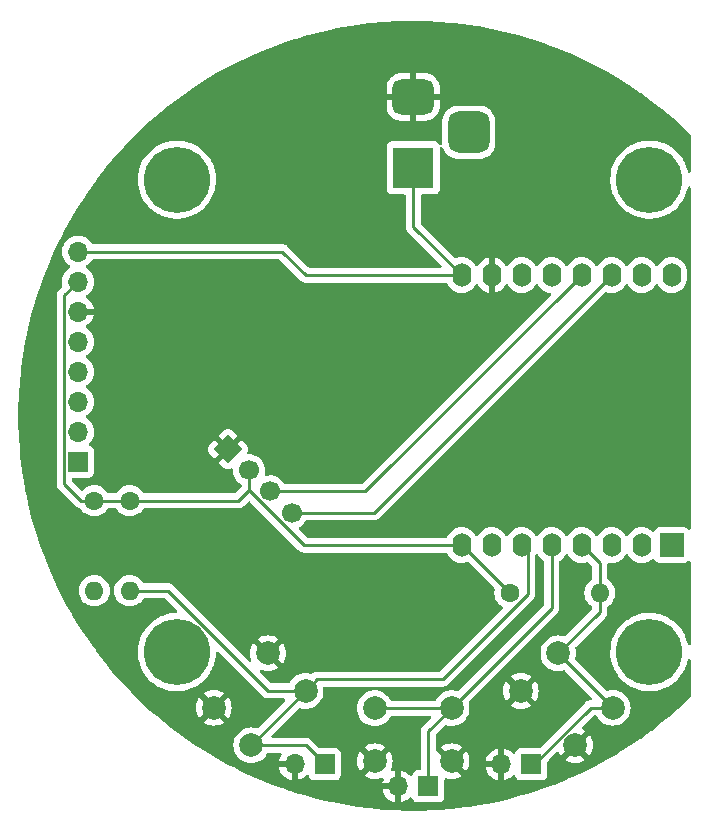
<source format=gbr>
%TF.GenerationSoftware,KiCad,Pcbnew,(6.0.2)*%
%TF.CreationDate,2022-06-07T16:02:25+02:00*%
%TF.ProjectId,RFID_Reader,52464944-5f52-4656-9164-65722e6b6963,rev?*%
%TF.SameCoordinates,Original*%
%TF.FileFunction,Copper,L1,Top*%
%TF.FilePolarity,Positive*%
%FSLAX46Y46*%
G04 Gerber Fmt 4.6, Leading zero omitted, Abs format (unit mm)*
G04 Created by KiCad (PCBNEW (6.0.2)) date 2022-06-07 16:02:25*
%MOMM*%
%LPD*%
G01*
G04 APERTURE LIST*
G04 Aperture macros list*
%AMRoundRect*
0 Rectangle with rounded corners*
0 $1 Rounding radius*
0 $2 $3 $4 $5 $6 $7 $8 $9 X,Y pos of 4 corners*
0 Add a 4 corners polygon primitive as box body*
4,1,4,$2,$3,$4,$5,$6,$7,$8,$9,$2,$3,0*
0 Add four circle primitives for the rounded corners*
1,1,$1+$1,$2,$3*
1,1,$1+$1,$4,$5*
1,1,$1+$1,$6,$7*
1,1,$1+$1,$8,$9*
0 Add four rect primitives between the rounded corners*
20,1,$1+$1,$2,$3,$4,$5,0*
20,1,$1+$1,$4,$5,$6,$7,0*
20,1,$1+$1,$6,$7,$8,$9,0*
20,1,$1+$1,$8,$9,$2,$3,0*%
%AMHorizOval*
0 Thick line with rounded ends*
0 $1 width*
0 $2 $3 position (X,Y) of the first rounded end (center of the circle)*
0 $4 $5 position (X,Y) of the second rounded end (center of the circle)*
0 Add line between two ends*
20,1,$1,$2,$3,$4,$5,0*
0 Add two circle primitives to create the rounded ends*
1,1,$1,$2,$3*
1,1,$1,$4,$5*%
%AMRotRect*
0 Rectangle, with rotation*
0 The origin of the aperture is its center*
0 $1 length*
0 $2 width*
0 $3 Rotation angle, in degrees counterclockwise*
0 Add horizontal line*
21,1,$1,$2,0,0,$3*%
G04 Aperture macros list end*
%TA.AperFunction,ComponentPad*%
%ADD10C,5.600000*%
%TD*%
%TA.AperFunction,ComponentPad*%
%ADD11C,2.000000*%
%TD*%
%TA.AperFunction,ComponentPad*%
%ADD12RotRect,1.700000X1.700000X45.000000*%
%TD*%
%TA.AperFunction,ComponentPad*%
%ADD13HorizOval,1.700000X0.000000X0.000000X0.000000X0.000000X0*%
%TD*%
%TA.AperFunction,ComponentPad*%
%ADD14C,1.600000*%
%TD*%
%TA.AperFunction,ComponentPad*%
%ADD15O,1.600000X1.600000*%
%TD*%
%TA.AperFunction,ComponentPad*%
%ADD16R,1.700000X1.700000*%
%TD*%
%TA.AperFunction,ComponentPad*%
%ADD17O,1.700000X1.700000*%
%TD*%
%TA.AperFunction,ComponentPad*%
%ADD18R,3.500000X3.500000*%
%TD*%
%TA.AperFunction,ComponentPad*%
%ADD19RoundRect,0.750000X-1.000000X0.750000X-1.000000X-0.750000X1.000000X-0.750000X1.000000X0.750000X0*%
%TD*%
%TA.AperFunction,ComponentPad*%
%ADD20RoundRect,0.875000X-0.875000X0.875000X-0.875000X-0.875000X0.875000X-0.875000X0.875000X0.875000X0*%
%TD*%
%TA.AperFunction,ComponentPad*%
%ADD21R,2.000000X2.000000*%
%TD*%
%TA.AperFunction,ComponentPad*%
%ADD22O,1.600000X2.000000*%
%TD*%
%TA.AperFunction,Conductor*%
%ADD23C,0.250000*%
%TD*%
G04 APERTURE END LIST*
D10*
%TO.P,Hole4,1*%
%TO.N,N/C*%
X220000000Y-63000000D03*
%TD*%
D11*
%TO.P,SW1,1,1*%
%TO.N,Net-(JSW1-Pad1)*%
X216889088Y-107707107D03*
X212292894Y-103110913D03*
%TO.P,SW1,2,2*%
%TO.N,GND*%
X213707108Y-110889088D03*
X209110913Y-106292894D03*
%TD*%
D12*
%TO.P,J1,1,Pin_1*%
%TO.N,GND*%
X184312994Y-85812994D03*
D13*
%TO.P,J1,2,Pin_2*%
%TO.N,+3V3*%
X186109045Y-87609045D03*
%TO.P,J1,3,Pin_3*%
%TO.N,SDA*%
X187905096Y-89405096D03*
%TO.P,J1,4,Pin_4*%
%TO.N,SCL*%
X189701148Y-91201148D03*
%TD*%
D11*
%TO.P,SW3,1,1*%
%TO.N,GND*%
X183110913Y-107707107D03*
X187707107Y-103110913D03*
%TO.P,SW3,2,2*%
%TO.N,Net-(JSW3-Pad1)*%
X190889088Y-106292893D03*
X186292894Y-110889088D03*
%TD*%
D10*
%TO.P,Hole1,1*%
%TO.N,N/C*%
X180000000Y-103000000D03*
%TD*%
D14*
%TO.P,R2,1*%
%TO.N,+3V3*%
X173000000Y-90190000D03*
D15*
%TO.P,R2,2*%
%TO.N,Net-(JSW2-Pad1)*%
X173000000Y-97810000D03*
%TD*%
D14*
%TO.P,R1,1*%
%TO.N,+3V3*%
X208190000Y-98000000D03*
D15*
%TO.P,R1,2*%
%TO.N,Net-(JSW1-Pad1)*%
X215810000Y-98000000D03*
%TD*%
D11*
%TO.P,SW2,1,1*%
%TO.N,Net-(JSW2-Pad1)*%
X203250000Y-107750000D03*
X196750000Y-107750000D03*
%TO.P,SW2,2,2*%
%TO.N,GND*%
X196750000Y-112250000D03*
X203250000Y-112250000D03*
%TD*%
D14*
%TO.P,R3,1*%
%TO.N,+3V3*%
X176000000Y-90190000D03*
D15*
%TO.P,R3,2*%
%TO.N,Net-(JSW3-Pad1)*%
X176000000Y-97810000D03*
%TD*%
D10*
%TO.P,Hole2,1*%
%TO.N,N/C*%
X220000000Y-103000000D03*
%TD*%
%TO.P,Hole3,1*%
%TO.N,N/C*%
X180000000Y-63000000D03*
%TD*%
D16*
%TO.P,J3,1,Pin_1*%
%TO.N,A0*%
X171625000Y-86875000D03*
D17*
%TO.P,J3,2,Pin_2*%
%TO.N,D0*%
X171625000Y-84335000D03*
%TO.P,J3,3,Pin_3*%
%TO.N,D3*%
X171625000Y-81795000D03*
%TO.P,J3,4,Pin_4*%
%TO.N,D4*%
X171625000Y-79255000D03*
%TO.P,J3,5,Pin_5*%
%TO.N,D8*%
X171625000Y-76715000D03*
%TO.P,J3,6,Pin_6*%
%TO.N,GND*%
X171625000Y-74175000D03*
%TO.P,J3,7,Pin_7*%
%TO.N,+3V3*%
X171625000Y-71635000D03*
%TO.P,J3,8,Pin_8*%
%TO.N,+5V*%
X171625000Y-69095000D03*
%TD*%
D16*
%TO.P,JSW3,1,Pin_1*%
%TO.N,Net-(JSW3-Pad1)*%
X192500000Y-112500000D03*
D17*
%TO.P,JSW3,2,Pin_2*%
%TO.N,GND*%
X189960000Y-112500000D03*
%TD*%
D16*
%TO.P,JSW2,1,Pin_1*%
%TO.N,Net-(JSW2-Pad1)*%
X201275000Y-114375000D03*
D17*
%TO.P,JSW2,2,Pin_2*%
%TO.N,GND*%
X198735000Y-114375000D03*
%TD*%
D18*
%TO.P,J2,1*%
%TO.N,+5V*%
X200000000Y-62000000D03*
D19*
%TO.P,J2,2*%
%TO.N,GND*%
X200000000Y-56000000D03*
D20*
%TO.P,J2,3*%
%TO.N,N/C*%
X204700000Y-59000000D03*
%TD*%
D21*
%TO.P,U1,1,~{RST}*%
%TO.N,unconnected-(U1-Pad1)*%
X221890000Y-93945000D03*
D22*
%TO.P,U1,2,A0*%
%TO.N,A0*%
X219350000Y-93945000D03*
%TO.P,U1,3,D0*%
%TO.N,D0*%
X216810000Y-93945000D03*
%TO.P,U1,4,SCK/D5*%
%TO.N,Net-(JSW1-Pad1)*%
X214270000Y-93945000D03*
%TO.P,U1,5,MISO/D6*%
%TO.N,Net-(JSW2-Pad1)*%
X211730000Y-93945000D03*
%TO.P,U1,6,MOSI/D7*%
%TO.N,Net-(JSW3-Pad1)*%
X209190000Y-93945000D03*
%TO.P,U1,7,CS/D8*%
%TO.N,D8*%
X206650000Y-93945000D03*
%TO.P,U1,8,3V3*%
%TO.N,+3V3*%
X204110000Y-93945000D03*
%TO.P,U1,9,5V*%
%TO.N,+5V*%
X204110000Y-71085000D03*
%TO.P,U1,10,GND*%
%TO.N,GND*%
X206650000Y-71085000D03*
%TO.P,U1,11,D4*%
%TO.N,D4*%
X209190000Y-71085000D03*
%TO.P,U1,12,D3*%
%TO.N,D3*%
X211730000Y-71085000D03*
%TO.P,U1,13,SDA/D2*%
%TO.N,SDA*%
X214270000Y-71085000D03*
%TO.P,U1,14,SCL/D1*%
%TO.N,SCL*%
X216810000Y-71085000D03*
%TO.P,U1,15,RX*%
%TO.N,unconnected-(U1-Pad15)*%
X219350000Y-71085000D03*
%TO.P,U1,16,TX*%
%TO.N,unconnected-(U1-Pad16)*%
X221890000Y-71085000D03*
%TD*%
D16*
%TO.P,JSW1,1,Pin_1*%
%TO.N,Net-(JSW1-Pad1)*%
X210000000Y-112500000D03*
D17*
%TO.P,JSW1,2,Pin_2*%
%TO.N,GND*%
X207460000Y-112500000D03*
%TD*%
D23*
%TO.N,Net-(JSW3-Pad1)*%
X186292894Y-110889088D02*
X190889088Y-106292893D01*
X179228727Y-97810000D02*
X187711620Y-106292893D01*
X187711620Y-106292893D02*
X190889088Y-106292893D01*
X176000000Y-97810000D02*
X179228727Y-97810000D01*
X190889088Y-106292893D02*
X191889088Y-105292893D01*
X190889088Y-110889088D02*
X192500000Y-112500000D01*
X186292894Y-110889088D02*
X190889088Y-110889088D01*
%TO.N,Net-(JSW1-Pad1)*%
X215015946Y-107707107D02*
X210223053Y-112500000D01*
X216889088Y-107707107D02*
X215015946Y-107707107D01*
X210223053Y-112500000D02*
X210000000Y-112500000D01*
X212292894Y-103110913D02*
X216889088Y-107707107D01*
X215810000Y-99593807D02*
X212292894Y-103110913D01*
X215810000Y-98000000D02*
X215810000Y-99593807D01*
%TO.N,Net-(JSW2-Pad1)*%
X201275000Y-109725000D02*
X203250000Y-107750000D01*
X201275000Y-114375000D02*
X201275000Y-109725000D01*
X196750000Y-107750000D02*
X203250000Y-107750000D01*
%TO.N,+3V3*%
X173000000Y-90190000D02*
X176000000Y-90190000D01*
X171868630Y-90190000D02*
X173000000Y-90190000D01*
X204135000Y-93945000D02*
X204110000Y-93945000D01*
X171625000Y-71635000D02*
X170450489Y-72809511D01*
X186109045Y-89270055D02*
X186109045Y-87609045D01*
X185189100Y-90190000D02*
X176000000Y-90190000D01*
X170450489Y-88771859D02*
X171868630Y-90190000D01*
X190783990Y-93945000D02*
X186109045Y-89270055D01*
X208190000Y-98000000D02*
X204135000Y-93945000D01*
X186109045Y-89270055D02*
X185189100Y-90190000D01*
X204110000Y-93945000D02*
X190783990Y-93945000D01*
X170450489Y-72809511D02*
X170450489Y-88771859D01*
%TO.N,SDA*%
X195949904Y-89405096D02*
X214270000Y-71085000D01*
X187905096Y-89405096D02*
X195949904Y-89405096D01*
%TO.N,SCL*%
X189701148Y-91201148D02*
X196693852Y-91201148D01*
X196693852Y-91201148D02*
X216810000Y-71085000D01*
%TO.N,Net-(JSW1-Pad1)*%
X215810000Y-98000000D02*
X215810000Y-95485000D01*
X215810000Y-95485000D02*
X214270000Y-93945000D01*
%TO.N,Net-(JSW2-Pad1)*%
X211730000Y-93945000D02*
X211730000Y-99270000D01*
X211730000Y-99270000D02*
X203250000Y-107750000D01*
%TO.N,Net-(JSW3-Pad1)*%
X209682141Y-98098159D02*
X209682141Y-94437141D01*
X202487407Y-105292893D02*
X209682141Y-98098159D01*
X209682141Y-94437141D02*
X209190000Y-93945000D01*
X191889088Y-105292893D02*
X202487407Y-105292893D01*
%TO.N,+5V*%
X188905000Y-69095000D02*
X190895000Y-71085000D01*
X190895000Y-71085000D02*
X204110000Y-71085000D01*
X200000000Y-66975000D02*
X204110000Y-71085000D01*
X171625000Y-69095000D02*
X188905000Y-69095000D01*
X200000000Y-62000000D02*
X200000000Y-66975000D01*
%TD*%
%TA.AperFunction,Conductor*%
%TO.N,GND*%
G36*
X200616967Y-49576696D02*
G01*
X200956033Y-49580584D01*
X200960355Y-49580708D01*
X201349175Y-49598553D01*
X202104796Y-49633232D01*
X202109121Y-49633506D01*
X203250996Y-49725350D01*
X203255309Y-49725771D01*
X204393422Y-49856838D01*
X204397718Y-49857408D01*
X204671425Y-49898510D01*
X205530637Y-50027535D01*
X205534861Y-50028244D01*
X206244171Y-50159847D01*
X206661281Y-50237236D01*
X206665528Y-50238100D01*
X207361244Y-50392104D01*
X207784052Y-50485697D01*
X207788250Y-50486702D01*
X208102494Y-50567694D01*
X208897637Y-50772629D01*
X208901814Y-50773783D01*
X209255235Y-50877957D01*
X210000690Y-51097687D01*
X210004786Y-51098972D01*
X211091894Y-51460481D01*
X211095953Y-51461909D01*
X211442181Y-51590429D01*
X212169952Y-51860578D01*
X212173988Y-51862155D01*
X212319223Y-51921826D01*
X213233680Y-52297539D01*
X213237632Y-52299243D01*
X213574245Y-52451276D01*
X214281713Y-52770808D01*
X214285631Y-52772660D01*
X215312827Y-53279827D01*
X215316680Y-53281812D01*
X216325867Y-53824027D01*
X216329617Y-53826125D01*
X216896047Y-54156046D01*
X217319601Y-54402748D01*
X217323298Y-54404989D01*
X218072294Y-54876470D01*
X218292778Y-55015261D01*
X218296399Y-55017627D01*
X219244390Y-55660928D01*
X219247930Y-55663421D01*
X220081699Y-56272115D01*
X220173184Y-56338904D01*
X220176629Y-56341511D01*
X220473890Y-56574612D01*
X221078144Y-57048446D01*
X221081508Y-57051179D01*
X221958138Y-57788663D01*
X221961404Y-57791507D01*
X222812223Y-58558767D01*
X222815338Y-58561675D01*
X223331185Y-59060077D01*
X223453550Y-59178304D01*
X223488642Y-59240022D01*
X223492000Y-59268918D01*
X223492000Y-62302279D01*
X223471998Y-62370400D01*
X223418342Y-62416893D01*
X223348068Y-62426997D01*
X223283488Y-62397503D01*
X223245104Y-62337777D01*
X223241656Y-62322641D01*
X223241361Y-62320838D01*
X223236066Y-62288505D01*
X223140297Y-61943173D01*
X223137243Y-61935497D01*
X223009052Y-61613369D01*
X223007793Y-61610205D01*
X222859791Y-61330678D01*
X222841702Y-61296513D01*
X222841698Y-61296506D01*
X222840103Y-61293494D01*
X222639190Y-60996746D01*
X222407403Y-60723432D01*
X222147454Y-60476750D01*
X221956448Y-60331242D01*
X221865091Y-60261647D01*
X221865089Y-60261646D01*
X221862384Y-60259585D01*
X221859472Y-60257828D01*
X221859467Y-60257825D01*
X221558443Y-60076236D01*
X221558437Y-60076233D01*
X221555528Y-60074478D01*
X221230475Y-59923593D01*
X221060752Y-59866145D01*
X220894255Y-59809789D01*
X220894250Y-59809788D01*
X220891028Y-59808697D01*
X220630907Y-59751029D01*
X220544493Y-59731871D01*
X220544487Y-59731870D01*
X220541158Y-59731132D01*
X220537769Y-59730758D01*
X220537764Y-59730757D01*
X220188338Y-59692180D01*
X220188333Y-59692180D01*
X220184957Y-59691807D01*
X220181558Y-59691801D01*
X220181557Y-59691801D01*
X220012080Y-59691505D01*
X219826592Y-59691182D01*
X219713413Y-59703277D01*
X219473639Y-59728901D01*
X219473631Y-59728902D01*
X219470256Y-59729263D01*
X219120117Y-59805606D01*
X218780271Y-59919317D01*
X218777178Y-59920739D01*
X218777177Y-59920740D01*
X218672140Y-59969052D01*
X218454694Y-60069066D01*
X218451760Y-60070822D01*
X218451758Y-60070823D01*
X218171842Y-60238349D01*
X218147193Y-60253101D01*
X218144467Y-60255163D01*
X218144465Y-60255164D01*
X217865256Y-60466329D01*
X217861367Y-60469270D01*
X217600559Y-60715043D01*
X217367819Y-60987546D01*
X217365900Y-60990358D01*
X217365897Y-60990363D01*
X217351876Y-61010917D01*
X217165871Y-61283591D01*
X216997077Y-61599714D01*
X216863411Y-61932218D01*
X216862491Y-61935492D01*
X216862489Y-61935497D01*
X216782780Y-62219072D01*
X216766437Y-62277213D01*
X216707290Y-62630663D01*
X216686661Y-62988434D01*
X216704792Y-63346340D01*
X216705329Y-63349695D01*
X216705330Y-63349701D01*
X216710316Y-63380828D01*
X216761470Y-63700195D01*
X216856033Y-64045859D01*
X216947673Y-64278502D01*
X216962594Y-64316379D01*
X216987374Y-64379288D01*
X217153957Y-64696582D01*
X217155858Y-64699411D01*
X217155864Y-64699421D01*
X217339569Y-64972800D01*
X217353834Y-64994029D01*
X217584665Y-65268150D01*
X217843751Y-65515738D01*
X218128061Y-65733897D01*
X218160056Y-65753350D01*
X218431355Y-65918303D01*
X218431360Y-65918306D01*
X218434270Y-65920075D01*
X218437358Y-65921521D01*
X218437357Y-65921521D01*
X218755710Y-66070649D01*
X218755720Y-66070653D01*
X218758794Y-66072093D01*
X218762012Y-66073195D01*
X218762015Y-66073196D01*
X219094615Y-66187071D01*
X219094623Y-66187073D01*
X219097838Y-66188174D01*
X219447435Y-66266959D01*
X219499728Y-66272917D01*
X219800114Y-66307142D01*
X219800122Y-66307142D01*
X219803497Y-66307527D01*
X219806901Y-66307545D01*
X219806904Y-66307545D01*
X220001227Y-66308562D01*
X220161857Y-66309403D01*
X220165243Y-66309053D01*
X220165245Y-66309053D01*
X220514932Y-66272917D01*
X220514941Y-66272916D01*
X220518324Y-66272566D01*
X220521657Y-66271852D01*
X220521660Y-66271851D01*
X220694186Y-66234864D01*
X220868727Y-66197446D01*
X221208968Y-66084922D01*
X221535066Y-65936311D01*
X221629052Y-65880506D01*
X221840262Y-65755099D01*
X221840267Y-65755096D01*
X221843207Y-65753350D01*
X222129786Y-65538180D01*
X222391451Y-65293319D01*
X222625140Y-65021630D01*
X222731750Y-64866512D01*
X222826190Y-64729101D01*
X222826195Y-64729094D01*
X222828120Y-64726292D01*
X222829732Y-64723298D01*
X222829737Y-64723290D01*
X222996395Y-64413772D01*
X222998017Y-64410760D01*
X223132842Y-64078724D01*
X223135745Y-64068535D01*
X223192950Y-63867715D01*
X223231020Y-63734070D01*
X223241801Y-63670999D01*
X223272995Y-63607223D01*
X223333717Y-63570435D01*
X223404689Y-63572316D01*
X223463377Y-63612269D01*
X223491149Y-63677608D01*
X223492000Y-63692229D01*
X223492000Y-92522069D01*
X223471998Y-92590190D01*
X223418342Y-92636683D01*
X223348068Y-92646787D01*
X223283488Y-92617293D01*
X223265175Y-92597636D01*
X223253261Y-92581739D01*
X223136705Y-92494385D01*
X223000316Y-92443255D01*
X222938134Y-92436500D01*
X220841866Y-92436500D01*
X220779684Y-92443255D01*
X220643295Y-92494385D01*
X220526739Y-92581739D01*
X220439385Y-92698295D01*
X220436233Y-92706704D01*
X220436231Y-92706707D01*
X220430210Y-92722768D01*
X220387569Y-92779533D01*
X220321008Y-92804234D01*
X220251659Y-92789027D01*
X220223133Y-92767635D01*
X220194300Y-92738802D01*
X220189792Y-92735645D01*
X220189789Y-92735643D01*
X220044996Y-92634258D01*
X220006749Y-92607477D01*
X220001767Y-92605154D01*
X220001762Y-92605151D01*
X219804225Y-92513039D01*
X219804224Y-92513039D01*
X219799243Y-92510716D01*
X219793935Y-92509294D01*
X219793933Y-92509293D01*
X219583402Y-92452881D01*
X219583400Y-92452881D01*
X219578087Y-92451457D01*
X219350000Y-92431502D01*
X219121913Y-92451457D01*
X219116600Y-92452881D01*
X219116598Y-92452881D01*
X218906067Y-92509293D01*
X218906065Y-92509294D01*
X218900757Y-92510716D01*
X218895776Y-92513039D01*
X218895775Y-92513039D01*
X218698238Y-92605151D01*
X218698233Y-92605154D01*
X218693251Y-92607477D01*
X218655004Y-92634258D01*
X218510211Y-92735643D01*
X218510208Y-92735645D01*
X218505700Y-92738802D01*
X218343802Y-92900700D01*
X218212477Y-93088251D01*
X218210154Y-93093233D01*
X218210151Y-93093238D01*
X218194195Y-93127457D01*
X218147278Y-93180742D01*
X218079001Y-93200203D01*
X218011041Y-93179661D01*
X217965805Y-93127457D01*
X217949849Y-93093238D01*
X217949846Y-93093233D01*
X217947523Y-93088251D01*
X217816198Y-92900700D01*
X217654300Y-92738802D01*
X217649792Y-92735645D01*
X217649789Y-92735643D01*
X217504996Y-92634258D01*
X217466749Y-92607477D01*
X217461767Y-92605154D01*
X217461762Y-92605151D01*
X217264225Y-92513039D01*
X217264224Y-92513039D01*
X217259243Y-92510716D01*
X217253935Y-92509294D01*
X217253933Y-92509293D01*
X217043402Y-92452881D01*
X217043400Y-92452881D01*
X217038087Y-92451457D01*
X216810000Y-92431502D01*
X216581913Y-92451457D01*
X216576600Y-92452881D01*
X216576598Y-92452881D01*
X216366067Y-92509293D01*
X216366065Y-92509294D01*
X216360757Y-92510716D01*
X216355776Y-92513039D01*
X216355775Y-92513039D01*
X216158238Y-92605151D01*
X216158233Y-92605154D01*
X216153251Y-92607477D01*
X216115004Y-92634258D01*
X215970211Y-92735643D01*
X215970208Y-92735645D01*
X215965700Y-92738802D01*
X215803802Y-92900700D01*
X215672477Y-93088251D01*
X215670154Y-93093233D01*
X215670151Y-93093238D01*
X215654195Y-93127457D01*
X215607278Y-93180742D01*
X215539001Y-93200203D01*
X215471041Y-93179661D01*
X215425805Y-93127457D01*
X215409849Y-93093238D01*
X215409846Y-93093233D01*
X215407523Y-93088251D01*
X215276198Y-92900700D01*
X215114300Y-92738802D01*
X215109792Y-92735645D01*
X215109789Y-92735643D01*
X214964996Y-92634258D01*
X214926749Y-92607477D01*
X214921767Y-92605154D01*
X214921762Y-92605151D01*
X214724225Y-92513039D01*
X214724224Y-92513039D01*
X214719243Y-92510716D01*
X214713935Y-92509294D01*
X214713933Y-92509293D01*
X214503402Y-92452881D01*
X214503400Y-92452881D01*
X214498087Y-92451457D01*
X214270000Y-92431502D01*
X214041913Y-92451457D01*
X214036600Y-92452881D01*
X214036598Y-92452881D01*
X213826067Y-92509293D01*
X213826065Y-92509294D01*
X213820757Y-92510716D01*
X213815776Y-92513039D01*
X213815775Y-92513039D01*
X213618238Y-92605151D01*
X213618233Y-92605154D01*
X213613251Y-92607477D01*
X213575004Y-92634258D01*
X213430211Y-92735643D01*
X213430208Y-92735645D01*
X213425700Y-92738802D01*
X213263802Y-92900700D01*
X213132477Y-93088251D01*
X213130154Y-93093233D01*
X213130151Y-93093238D01*
X213114195Y-93127457D01*
X213067278Y-93180742D01*
X212999001Y-93200203D01*
X212931041Y-93179661D01*
X212885805Y-93127457D01*
X212869849Y-93093238D01*
X212869846Y-93093233D01*
X212867523Y-93088251D01*
X212736198Y-92900700D01*
X212574300Y-92738802D01*
X212569792Y-92735645D01*
X212569789Y-92735643D01*
X212424996Y-92634258D01*
X212386749Y-92607477D01*
X212381767Y-92605154D01*
X212381762Y-92605151D01*
X212184225Y-92513039D01*
X212184224Y-92513039D01*
X212179243Y-92510716D01*
X212173935Y-92509294D01*
X212173933Y-92509293D01*
X211963402Y-92452881D01*
X211963400Y-92452881D01*
X211958087Y-92451457D01*
X211730000Y-92431502D01*
X211501913Y-92451457D01*
X211496600Y-92452881D01*
X211496598Y-92452881D01*
X211286067Y-92509293D01*
X211286065Y-92509294D01*
X211280757Y-92510716D01*
X211275776Y-92513039D01*
X211275775Y-92513039D01*
X211078238Y-92605151D01*
X211078233Y-92605154D01*
X211073251Y-92607477D01*
X211035004Y-92634258D01*
X210890211Y-92735643D01*
X210890208Y-92735645D01*
X210885700Y-92738802D01*
X210723802Y-92900700D01*
X210592477Y-93088251D01*
X210590154Y-93093233D01*
X210590151Y-93093238D01*
X210574195Y-93127457D01*
X210527278Y-93180742D01*
X210459001Y-93200203D01*
X210391041Y-93179661D01*
X210345805Y-93127457D01*
X210329849Y-93093238D01*
X210329846Y-93093233D01*
X210327523Y-93088251D01*
X210196198Y-92900700D01*
X210034300Y-92738802D01*
X210029792Y-92735645D01*
X210029789Y-92735643D01*
X209884996Y-92634258D01*
X209846749Y-92607477D01*
X209841767Y-92605154D01*
X209841762Y-92605151D01*
X209644225Y-92513039D01*
X209644224Y-92513039D01*
X209639243Y-92510716D01*
X209633935Y-92509294D01*
X209633933Y-92509293D01*
X209423402Y-92452881D01*
X209423400Y-92452881D01*
X209418087Y-92451457D01*
X209190000Y-92431502D01*
X208961913Y-92451457D01*
X208956600Y-92452881D01*
X208956598Y-92452881D01*
X208746067Y-92509293D01*
X208746065Y-92509294D01*
X208740757Y-92510716D01*
X208735776Y-92513039D01*
X208735775Y-92513039D01*
X208538238Y-92605151D01*
X208538233Y-92605154D01*
X208533251Y-92607477D01*
X208495004Y-92634258D01*
X208350211Y-92735643D01*
X208350208Y-92735645D01*
X208345700Y-92738802D01*
X208183802Y-92900700D01*
X208052477Y-93088251D01*
X208050154Y-93093233D01*
X208050151Y-93093238D01*
X208034195Y-93127457D01*
X207987278Y-93180742D01*
X207919001Y-93200203D01*
X207851041Y-93179661D01*
X207805805Y-93127457D01*
X207789849Y-93093238D01*
X207789846Y-93093233D01*
X207787523Y-93088251D01*
X207656198Y-92900700D01*
X207494300Y-92738802D01*
X207489792Y-92735645D01*
X207489789Y-92735643D01*
X207344996Y-92634258D01*
X207306749Y-92607477D01*
X207301767Y-92605154D01*
X207301762Y-92605151D01*
X207104225Y-92513039D01*
X207104224Y-92513039D01*
X207099243Y-92510716D01*
X207093935Y-92509294D01*
X207093933Y-92509293D01*
X206883402Y-92452881D01*
X206883400Y-92452881D01*
X206878087Y-92451457D01*
X206650000Y-92431502D01*
X206421913Y-92451457D01*
X206416600Y-92452881D01*
X206416598Y-92452881D01*
X206206067Y-92509293D01*
X206206065Y-92509294D01*
X206200757Y-92510716D01*
X206195776Y-92513039D01*
X206195775Y-92513039D01*
X205998238Y-92605151D01*
X205998233Y-92605154D01*
X205993251Y-92607477D01*
X205955004Y-92634258D01*
X205810211Y-92735643D01*
X205810208Y-92735645D01*
X205805700Y-92738802D01*
X205643802Y-92900700D01*
X205512477Y-93088251D01*
X205510154Y-93093233D01*
X205510151Y-93093238D01*
X205494195Y-93127457D01*
X205447278Y-93180742D01*
X205379001Y-93200203D01*
X205311041Y-93179661D01*
X205265805Y-93127457D01*
X205249849Y-93093238D01*
X205249846Y-93093233D01*
X205247523Y-93088251D01*
X205116198Y-92900700D01*
X204954300Y-92738802D01*
X204949792Y-92735645D01*
X204949789Y-92735643D01*
X204804996Y-92634258D01*
X204766749Y-92607477D01*
X204761767Y-92605154D01*
X204761762Y-92605151D01*
X204564225Y-92513039D01*
X204564224Y-92513039D01*
X204559243Y-92510716D01*
X204553935Y-92509294D01*
X204553933Y-92509293D01*
X204343402Y-92452881D01*
X204343400Y-92452881D01*
X204338087Y-92451457D01*
X204110000Y-92431502D01*
X203881913Y-92451457D01*
X203876600Y-92452881D01*
X203876598Y-92452881D01*
X203666067Y-92509293D01*
X203666065Y-92509294D01*
X203660757Y-92510716D01*
X203655776Y-92513039D01*
X203655775Y-92513039D01*
X203458238Y-92605151D01*
X203458233Y-92605154D01*
X203453251Y-92607477D01*
X203415004Y-92634258D01*
X203270211Y-92735643D01*
X203270208Y-92735645D01*
X203265700Y-92738802D01*
X203103802Y-92900700D01*
X202972477Y-93088251D01*
X202970153Y-93093236D01*
X202970149Y-93093242D01*
X202902299Y-93238749D01*
X202855382Y-93292035D01*
X202788104Y-93311500D01*
X191098584Y-93311500D01*
X191030463Y-93291498D01*
X191009489Y-93274595D01*
X190327695Y-92592801D01*
X190293669Y-92530489D01*
X190298734Y-92459674D01*
X190341281Y-92402838D01*
X190361358Y-92390554D01*
X190394507Y-92374315D01*
X190394510Y-92374313D01*
X190399142Y-92372044D01*
X190581008Y-92242321D01*
X190739244Y-92084637D01*
X190869601Y-91903225D01*
X190871894Y-91898585D01*
X190873594Y-91895756D01*
X190925822Y-91847666D01*
X190981599Y-91834648D01*
X196615085Y-91834648D01*
X196626268Y-91835175D01*
X196633761Y-91836850D01*
X196641687Y-91836601D01*
X196641688Y-91836601D01*
X196701838Y-91834710D01*
X196705797Y-91834648D01*
X196733708Y-91834648D01*
X196737643Y-91834151D01*
X196737708Y-91834143D01*
X196749545Y-91833210D01*
X196781803Y-91832196D01*
X196785822Y-91832070D01*
X196793741Y-91831821D01*
X196813195Y-91826169D01*
X196832552Y-91822161D01*
X196844782Y-91820616D01*
X196844783Y-91820616D01*
X196852649Y-91819622D01*
X196860020Y-91816703D01*
X196860022Y-91816703D01*
X196893764Y-91803344D01*
X196904994Y-91799499D01*
X196939835Y-91789377D01*
X196939836Y-91789377D01*
X196947445Y-91787166D01*
X196954264Y-91783133D01*
X196954269Y-91783131D01*
X196964880Y-91776855D01*
X196982628Y-91768160D01*
X197001469Y-91760700D01*
X197037239Y-91734712D01*
X197047159Y-91728196D01*
X197078387Y-91709728D01*
X197078390Y-91709726D01*
X197085214Y-91705690D01*
X197099535Y-91691369D01*
X197114569Y-91678528D01*
X197124546Y-91671279D01*
X197130959Y-91666620D01*
X197159150Y-91632543D01*
X197167140Y-91623764D01*
X216239019Y-72551885D01*
X216301331Y-72517859D01*
X216360216Y-72521305D01*
X216360757Y-72519284D01*
X216576598Y-72577119D01*
X216576600Y-72577119D01*
X216581913Y-72578543D01*
X216810000Y-72598498D01*
X217038087Y-72578543D01*
X217043400Y-72577119D01*
X217043402Y-72577119D01*
X217253933Y-72520707D01*
X217253935Y-72520706D01*
X217259243Y-72519284D01*
X217265235Y-72516490D01*
X217461762Y-72424849D01*
X217461767Y-72424846D01*
X217466749Y-72422523D01*
X217608471Y-72323288D01*
X217649789Y-72294357D01*
X217649792Y-72294355D01*
X217654300Y-72291198D01*
X217816198Y-72129300D01*
X217947523Y-71941749D01*
X217949846Y-71936767D01*
X217949849Y-71936762D01*
X217965805Y-71902543D01*
X218012722Y-71849258D01*
X218080999Y-71829797D01*
X218148959Y-71850339D01*
X218194195Y-71902543D01*
X218210151Y-71936762D01*
X218210154Y-71936767D01*
X218212477Y-71941749D01*
X218343802Y-72129300D01*
X218505700Y-72291198D01*
X218510208Y-72294355D01*
X218510211Y-72294357D01*
X218551529Y-72323288D01*
X218693251Y-72422523D01*
X218698233Y-72424846D01*
X218698238Y-72424849D01*
X218894765Y-72516490D01*
X218900757Y-72519284D01*
X218906065Y-72520706D01*
X218906067Y-72520707D01*
X219116598Y-72577119D01*
X219116600Y-72577119D01*
X219121913Y-72578543D01*
X219350000Y-72598498D01*
X219578087Y-72578543D01*
X219583400Y-72577119D01*
X219583402Y-72577119D01*
X219793933Y-72520707D01*
X219793935Y-72520706D01*
X219799243Y-72519284D01*
X219805235Y-72516490D01*
X220001762Y-72424849D01*
X220001767Y-72424846D01*
X220006749Y-72422523D01*
X220148471Y-72323288D01*
X220189789Y-72294357D01*
X220189792Y-72294355D01*
X220194300Y-72291198D01*
X220356198Y-72129300D01*
X220487523Y-71941749D01*
X220489846Y-71936767D01*
X220489849Y-71936762D01*
X220505805Y-71902543D01*
X220552722Y-71849258D01*
X220620999Y-71829797D01*
X220688959Y-71850339D01*
X220734195Y-71902543D01*
X220750151Y-71936762D01*
X220750154Y-71936767D01*
X220752477Y-71941749D01*
X220883802Y-72129300D01*
X221045700Y-72291198D01*
X221050208Y-72294355D01*
X221050211Y-72294357D01*
X221091529Y-72323288D01*
X221233251Y-72422523D01*
X221238233Y-72424846D01*
X221238238Y-72424849D01*
X221434765Y-72516490D01*
X221440757Y-72519284D01*
X221446065Y-72520706D01*
X221446067Y-72520707D01*
X221656598Y-72577119D01*
X221656600Y-72577119D01*
X221661913Y-72578543D01*
X221890000Y-72598498D01*
X222118087Y-72578543D01*
X222123400Y-72577119D01*
X222123402Y-72577119D01*
X222333933Y-72520707D01*
X222333935Y-72520706D01*
X222339243Y-72519284D01*
X222345235Y-72516490D01*
X222541762Y-72424849D01*
X222541767Y-72424846D01*
X222546749Y-72422523D01*
X222688471Y-72323288D01*
X222729789Y-72294357D01*
X222729792Y-72294355D01*
X222734300Y-72291198D01*
X222896198Y-72129300D01*
X223027523Y-71941749D01*
X223029846Y-71936767D01*
X223029849Y-71936762D01*
X223121961Y-71739225D01*
X223121961Y-71739224D01*
X223124284Y-71734243D01*
X223128503Y-71718500D01*
X223182119Y-71518402D01*
X223182119Y-71518400D01*
X223183543Y-71513087D01*
X223198500Y-71342127D01*
X223198500Y-70827873D01*
X223183543Y-70656913D01*
X223135281Y-70476797D01*
X223125707Y-70441067D01*
X223125706Y-70441065D01*
X223124284Y-70435757D01*
X223096371Y-70375897D01*
X223029849Y-70233238D01*
X223029846Y-70233233D01*
X223027523Y-70228251D01*
X222896198Y-70040700D01*
X222734300Y-69878802D01*
X222729792Y-69875645D01*
X222729789Y-69875643D01*
X222606918Y-69789608D01*
X222546749Y-69747477D01*
X222541767Y-69745154D01*
X222541762Y-69745151D01*
X222344225Y-69653039D01*
X222344224Y-69653039D01*
X222339243Y-69650716D01*
X222333935Y-69649294D01*
X222333933Y-69649293D01*
X222123402Y-69592881D01*
X222123400Y-69592881D01*
X222118087Y-69591457D01*
X221890000Y-69571502D01*
X221661913Y-69591457D01*
X221656600Y-69592881D01*
X221656598Y-69592881D01*
X221446067Y-69649293D01*
X221446065Y-69649294D01*
X221440757Y-69650716D01*
X221435776Y-69653039D01*
X221435775Y-69653039D01*
X221238238Y-69745151D01*
X221238233Y-69745154D01*
X221233251Y-69747477D01*
X221173082Y-69789608D01*
X221050211Y-69875643D01*
X221050208Y-69875645D01*
X221045700Y-69878802D01*
X220883802Y-70040700D01*
X220752477Y-70228251D01*
X220750154Y-70233233D01*
X220750151Y-70233238D01*
X220734195Y-70267457D01*
X220687278Y-70320742D01*
X220619001Y-70340203D01*
X220551041Y-70319661D01*
X220505805Y-70267457D01*
X220489849Y-70233238D01*
X220489846Y-70233233D01*
X220487523Y-70228251D01*
X220356198Y-70040700D01*
X220194300Y-69878802D01*
X220189792Y-69875645D01*
X220189789Y-69875643D01*
X220066918Y-69789608D01*
X220006749Y-69747477D01*
X220001767Y-69745154D01*
X220001762Y-69745151D01*
X219804225Y-69653039D01*
X219804224Y-69653039D01*
X219799243Y-69650716D01*
X219793935Y-69649294D01*
X219793933Y-69649293D01*
X219583402Y-69592881D01*
X219583400Y-69592881D01*
X219578087Y-69591457D01*
X219350000Y-69571502D01*
X219121913Y-69591457D01*
X219116600Y-69592881D01*
X219116598Y-69592881D01*
X218906067Y-69649293D01*
X218906065Y-69649294D01*
X218900757Y-69650716D01*
X218895776Y-69653039D01*
X218895775Y-69653039D01*
X218698238Y-69745151D01*
X218698233Y-69745154D01*
X218693251Y-69747477D01*
X218633082Y-69789608D01*
X218510211Y-69875643D01*
X218510208Y-69875645D01*
X218505700Y-69878802D01*
X218343802Y-70040700D01*
X218212477Y-70228251D01*
X218210154Y-70233233D01*
X218210151Y-70233238D01*
X218194195Y-70267457D01*
X218147278Y-70320742D01*
X218079001Y-70340203D01*
X218011041Y-70319661D01*
X217965805Y-70267457D01*
X217949849Y-70233238D01*
X217949846Y-70233233D01*
X217947523Y-70228251D01*
X217816198Y-70040700D01*
X217654300Y-69878802D01*
X217649792Y-69875645D01*
X217649789Y-69875643D01*
X217526918Y-69789608D01*
X217466749Y-69747477D01*
X217461767Y-69745154D01*
X217461762Y-69745151D01*
X217264225Y-69653039D01*
X217264224Y-69653039D01*
X217259243Y-69650716D01*
X217253935Y-69649294D01*
X217253933Y-69649293D01*
X217043402Y-69592881D01*
X217043400Y-69592881D01*
X217038087Y-69591457D01*
X216810000Y-69571502D01*
X216581913Y-69591457D01*
X216576600Y-69592881D01*
X216576598Y-69592881D01*
X216366067Y-69649293D01*
X216366065Y-69649294D01*
X216360757Y-69650716D01*
X216355776Y-69653039D01*
X216355775Y-69653039D01*
X216158238Y-69745151D01*
X216158233Y-69745154D01*
X216153251Y-69747477D01*
X216093082Y-69789608D01*
X215970211Y-69875643D01*
X215970208Y-69875645D01*
X215965700Y-69878802D01*
X215803802Y-70040700D01*
X215672477Y-70228251D01*
X215670154Y-70233233D01*
X215670151Y-70233238D01*
X215654195Y-70267457D01*
X215607278Y-70320742D01*
X215539001Y-70340203D01*
X215471041Y-70319661D01*
X215425805Y-70267457D01*
X215409849Y-70233238D01*
X215409846Y-70233233D01*
X215407523Y-70228251D01*
X215276198Y-70040700D01*
X215114300Y-69878802D01*
X215109792Y-69875645D01*
X215109789Y-69875643D01*
X214986918Y-69789608D01*
X214926749Y-69747477D01*
X214921767Y-69745154D01*
X214921762Y-69745151D01*
X214724225Y-69653039D01*
X214724224Y-69653039D01*
X214719243Y-69650716D01*
X214713935Y-69649294D01*
X214713933Y-69649293D01*
X214503402Y-69592881D01*
X214503400Y-69592881D01*
X214498087Y-69591457D01*
X214270000Y-69571502D01*
X214041913Y-69591457D01*
X214036600Y-69592881D01*
X214036598Y-69592881D01*
X213826067Y-69649293D01*
X213826065Y-69649294D01*
X213820757Y-69650716D01*
X213815776Y-69653039D01*
X213815775Y-69653039D01*
X213618238Y-69745151D01*
X213618233Y-69745154D01*
X213613251Y-69747477D01*
X213553082Y-69789608D01*
X213430211Y-69875643D01*
X213430208Y-69875645D01*
X213425700Y-69878802D01*
X213263802Y-70040700D01*
X213132477Y-70228251D01*
X213130154Y-70233233D01*
X213130151Y-70233238D01*
X213114195Y-70267457D01*
X213067278Y-70320742D01*
X212999001Y-70340203D01*
X212931041Y-70319661D01*
X212885805Y-70267457D01*
X212869849Y-70233238D01*
X212869846Y-70233233D01*
X212867523Y-70228251D01*
X212736198Y-70040700D01*
X212574300Y-69878802D01*
X212569792Y-69875645D01*
X212569789Y-69875643D01*
X212446918Y-69789608D01*
X212386749Y-69747477D01*
X212381767Y-69745154D01*
X212381762Y-69745151D01*
X212184225Y-69653039D01*
X212184224Y-69653039D01*
X212179243Y-69650716D01*
X212173935Y-69649294D01*
X212173933Y-69649293D01*
X211963402Y-69592881D01*
X211963400Y-69592881D01*
X211958087Y-69591457D01*
X211730000Y-69571502D01*
X211501913Y-69591457D01*
X211496600Y-69592881D01*
X211496598Y-69592881D01*
X211286067Y-69649293D01*
X211286065Y-69649294D01*
X211280757Y-69650716D01*
X211275776Y-69653039D01*
X211275775Y-69653039D01*
X211078238Y-69745151D01*
X211078233Y-69745154D01*
X211073251Y-69747477D01*
X211013082Y-69789608D01*
X210890211Y-69875643D01*
X210890208Y-69875645D01*
X210885700Y-69878802D01*
X210723802Y-70040700D01*
X210592477Y-70228251D01*
X210590154Y-70233233D01*
X210590151Y-70233238D01*
X210574195Y-70267457D01*
X210527278Y-70320742D01*
X210459001Y-70340203D01*
X210391041Y-70319661D01*
X210345805Y-70267457D01*
X210329849Y-70233238D01*
X210329846Y-70233233D01*
X210327523Y-70228251D01*
X210196198Y-70040700D01*
X210034300Y-69878802D01*
X210029792Y-69875645D01*
X210029789Y-69875643D01*
X209906918Y-69789608D01*
X209846749Y-69747477D01*
X209841767Y-69745154D01*
X209841762Y-69745151D01*
X209644225Y-69653039D01*
X209644224Y-69653039D01*
X209639243Y-69650716D01*
X209633935Y-69649294D01*
X209633933Y-69649293D01*
X209423402Y-69592881D01*
X209423400Y-69592881D01*
X209418087Y-69591457D01*
X209190000Y-69571502D01*
X208961913Y-69591457D01*
X208956600Y-69592881D01*
X208956598Y-69592881D01*
X208746067Y-69649293D01*
X208746065Y-69649294D01*
X208740757Y-69650716D01*
X208735776Y-69653039D01*
X208735775Y-69653039D01*
X208538238Y-69745151D01*
X208538233Y-69745154D01*
X208533251Y-69747477D01*
X208473082Y-69789608D01*
X208350211Y-69875643D01*
X208350208Y-69875645D01*
X208345700Y-69878802D01*
X208183802Y-70040700D01*
X208052477Y-70228251D01*
X208050154Y-70233233D01*
X208050151Y-70233238D01*
X208033919Y-70268049D01*
X207987002Y-70321334D01*
X207918725Y-70340795D01*
X207850765Y-70320253D01*
X207805529Y-70268049D01*
X207789414Y-70233489D01*
X207783931Y-70223993D01*
X207658972Y-70045533D01*
X207651916Y-70037125D01*
X207497875Y-69883084D01*
X207489467Y-69876028D01*
X207311007Y-69751069D01*
X207301511Y-69745586D01*
X207104053Y-69653510D01*
X207093761Y-69649764D01*
X206921497Y-69603606D01*
X206907401Y-69603942D01*
X206904000Y-69611884D01*
X206904000Y-72552967D01*
X206907973Y-72566498D01*
X206916522Y-72567727D01*
X207093761Y-72520236D01*
X207104053Y-72516490D01*
X207301511Y-72424414D01*
X207311007Y-72418931D01*
X207489467Y-72293972D01*
X207497875Y-72286916D01*
X207651916Y-72132875D01*
X207658972Y-72124467D01*
X207783931Y-71946007D01*
X207789414Y-71936511D01*
X207805529Y-71901951D01*
X207852446Y-71848666D01*
X207920723Y-71829205D01*
X207988683Y-71849747D01*
X208033919Y-71901951D01*
X208050151Y-71936762D01*
X208050154Y-71936767D01*
X208052477Y-71941749D01*
X208183802Y-72129300D01*
X208345700Y-72291198D01*
X208350208Y-72294355D01*
X208350211Y-72294357D01*
X208391529Y-72323288D01*
X208533251Y-72422523D01*
X208538233Y-72424846D01*
X208538238Y-72424849D01*
X208734765Y-72516490D01*
X208740757Y-72519284D01*
X208746065Y-72520706D01*
X208746067Y-72520707D01*
X208956598Y-72577119D01*
X208956600Y-72577119D01*
X208961913Y-72578543D01*
X209190000Y-72598498D01*
X209418087Y-72578543D01*
X209423400Y-72577119D01*
X209423402Y-72577119D01*
X209633933Y-72520707D01*
X209633935Y-72520706D01*
X209639243Y-72519284D01*
X209645235Y-72516490D01*
X209841762Y-72424849D01*
X209841767Y-72424846D01*
X209846749Y-72422523D01*
X209988471Y-72323288D01*
X210029789Y-72294357D01*
X210029792Y-72294355D01*
X210034300Y-72291198D01*
X210196198Y-72129300D01*
X210327523Y-71941749D01*
X210329846Y-71936767D01*
X210329849Y-71936762D01*
X210345805Y-71902543D01*
X210392722Y-71849258D01*
X210460999Y-71829797D01*
X210528959Y-71850339D01*
X210574195Y-71902543D01*
X210590151Y-71936762D01*
X210590154Y-71936767D01*
X210592477Y-71941749D01*
X210723802Y-72129300D01*
X210885700Y-72291198D01*
X210890208Y-72294355D01*
X210890211Y-72294357D01*
X210931529Y-72323288D01*
X211073251Y-72422523D01*
X211078233Y-72424846D01*
X211078238Y-72424849D01*
X211274765Y-72516490D01*
X211280757Y-72519284D01*
X211286065Y-72520706D01*
X211286067Y-72520707D01*
X211496598Y-72577119D01*
X211496600Y-72577119D01*
X211501913Y-72578543D01*
X211507389Y-72579022D01*
X211507394Y-72579023D01*
X211542878Y-72582127D01*
X211580912Y-72585455D01*
X211647029Y-72611317D01*
X211688669Y-72668820D01*
X211692610Y-72739707D01*
X211659025Y-72800070D01*
X195724404Y-88734691D01*
X195662092Y-88768717D01*
X195635309Y-88771596D01*
X189181901Y-88771596D01*
X189113780Y-88751594D01*
X189076109Y-88714036D01*
X188987918Y-88577713D01*
X188987916Y-88577710D01*
X188985110Y-88573373D01*
X188834766Y-88408147D01*
X188830715Y-88404948D01*
X188830711Y-88404944D01*
X188663510Y-88272896D01*
X188663506Y-88272894D01*
X188659455Y-88269694D01*
X188463885Y-88161734D01*
X188459016Y-88160010D01*
X188459012Y-88160008D01*
X188258183Y-88088891D01*
X188258179Y-88088890D01*
X188253308Y-88087165D01*
X188248215Y-88086258D01*
X188248212Y-88086257D01*
X188038469Y-88048896D01*
X188038463Y-88048895D01*
X188033380Y-88047990D01*
X187959548Y-88047088D01*
X187815177Y-88045324D01*
X187815175Y-88045324D01*
X187810007Y-88045261D01*
X187678191Y-88065432D01*
X187594302Y-88078268D01*
X187594298Y-88078269D01*
X187589187Y-88079051D01*
X187584269Y-88080659D01*
X187583738Y-88080785D01*
X187512836Y-88077114D01*
X187455175Y-88035693D01*
X187429060Y-87969674D01*
X187433979Y-87921590D01*
X187441415Y-87897114D01*
X187470574Y-87675635D01*
X187472201Y-87609045D01*
X187453897Y-87386406D01*
X187399476Y-87169747D01*
X187310399Y-86964885D01*
X187189059Y-86777322D01*
X187038715Y-86612096D01*
X187034664Y-86608897D01*
X187034660Y-86608893D01*
X186867459Y-86476845D01*
X186867455Y-86476843D01*
X186863404Y-86473643D01*
X186667834Y-86365683D01*
X186662965Y-86363959D01*
X186662961Y-86363957D01*
X186462132Y-86292840D01*
X186462128Y-86292839D01*
X186457257Y-86291114D01*
X186452164Y-86290207D01*
X186452161Y-86290206D01*
X186242418Y-86252845D01*
X186242412Y-86252844D01*
X186237329Y-86251939D01*
X186068682Y-86249879D01*
X186000812Y-86229046D01*
X185954978Y-86174826D01*
X185945733Y-86104434D01*
X185955521Y-86071738D01*
X186003955Y-85965211D01*
X186008943Y-85948153D01*
X186027026Y-85821883D01*
X186027026Y-85804105D01*
X186008943Y-85677835D01*
X186003956Y-85660780D01*
X185950710Y-85543671D01*
X185942493Y-85530327D01*
X185910430Y-85490450D01*
X185905874Y-85485372D01*
X185465662Y-85045160D01*
X185451718Y-85037546D01*
X185449885Y-85037677D01*
X185443270Y-85041928D01*
X183545161Y-86940037D01*
X183537547Y-86953981D01*
X183537678Y-86955814D01*
X183541929Y-86962429D01*
X183985368Y-87405868D01*
X183990452Y-87410430D01*
X184030325Y-87442490D01*
X184043675Y-87450712D01*
X184160780Y-87503956D01*
X184177835Y-87508943D01*
X184304105Y-87527026D01*
X184321883Y-87527026D01*
X184448153Y-87508943D01*
X184465209Y-87503956D01*
X184568631Y-87456933D01*
X184638922Y-87446947D01*
X184703454Y-87476548D01*
X184741737Y-87536338D01*
X184746559Y-87573280D01*
X184746296Y-87575740D01*
X184759155Y-87798760D01*
X184760292Y-87803806D01*
X184760293Y-87803812D01*
X184780164Y-87891984D01*
X184808267Y-88016684D01*
X184892311Y-88223661D01*
X184899828Y-88235928D01*
X185005364Y-88408147D01*
X185009032Y-88414133D01*
X185155295Y-88582983D01*
X185287922Y-88693092D01*
X185310418Y-88711768D01*
X185327171Y-88725677D01*
X185331638Y-88728287D01*
X185413115Y-88775898D01*
X185461839Y-88827536D01*
X185475545Y-88884686D01*
X185475545Y-88955460D01*
X185455543Y-89023581D01*
X185438640Y-89044556D01*
X184963599Y-89519596D01*
X184901287Y-89553621D01*
X184874504Y-89556500D01*
X177219394Y-89556500D01*
X177151273Y-89536498D01*
X177116181Y-89502771D01*
X177009357Y-89350211D01*
X177009355Y-89350208D01*
X177006198Y-89345700D01*
X176844300Y-89183802D01*
X176839792Y-89180645D01*
X176839789Y-89180643D01*
X176746392Y-89115246D01*
X176656749Y-89052477D01*
X176651767Y-89050154D01*
X176651762Y-89050151D01*
X176454225Y-88958039D01*
X176454224Y-88958039D01*
X176449243Y-88955716D01*
X176443935Y-88954294D01*
X176443933Y-88954293D01*
X176233402Y-88897881D01*
X176233400Y-88897881D01*
X176228087Y-88896457D01*
X176000000Y-88876502D01*
X175771913Y-88896457D01*
X175766600Y-88897881D01*
X175766598Y-88897881D01*
X175556067Y-88954293D01*
X175556065Y-88954294D01*
X175550757Y-88955716D01*
X175545776Y-88958039D01*
X175545775Y-88958039D01*
X175348238Y-89050151D01*
X175348233Y-89050154D01*
X175343251Y-89052477D01*
X175253608Y-89115246D01*
X175160211Y-89180643D01*
X175160208Y-89180645D01*
X175155700Y-89183802D01*
X174993802Y-89345700D01*
X174990645Y-89350208D01*
X174990643Y-89350211D01*
X174883819Y-89502771D01*
X174828362Y-89547099D01*
X174780606Y-89556500D01*
X174219394Y-89556500D01*
X174151273Y-89536498D01*
X174116181Y-89502771D01*
X174009357Y-89350211D01*
X174009355Y-89350208D01*
X174006198Y-89345700D01*
X173844300Y-89183802D01*
X173839792Y-89180645D01*
X173839789Y-89180643D01*
X173746392Y-89115246D01*
X173656749Y-89052477D01*
X173651767Y-89050154D01*
X173651762Y-89050151D01*
X173454225Y-88958039D01*
X173454224Y-88958039D01*
X173449243Y-88955716D01*
X173443935Y-88954294D01*
X173443933Y-88954293D01*
X173233402Y-88897881D01*
X173233400Y-88897881D01*
X173228087Y-88896457D01*
X173000000Y-88876502D01*
X172771913Y-88896457D01*
X172766600Y-88897881D01*
X172766598Y-88897881D01*
X172556067Y-88954293D01*
X172556065Y-88954294D01*
X172550757Y-88955716D01*
X172545776Y-88958039D01*
X172545775Y-88958039D01*
X172348238Y-89050151D01*
X172348233Y-89050154D01*
X172343251Y-89052477D01*
X172253608Y-89115246D01*
X172160211Y-89180643D01*
X172160208Y-89180645D01*
X172155700Y-89183802D01*
X172046111Y-89293391D01*
X171983803Y-89327414D01*
X171912987Y-89322350D01*
X171867924Y-89293389D01*
X171120894Y-88546359D01*
X171086868Y-88484047D01*
X171083989Y-88457264D01*
X171083989Y-88359500D01*
X171103991Y-88291379D01*
X171157647Y-88244886D01*
X171209989Y-88233500D01*
X172523134Y-88233500D01*
X172585316Y-88226745D01*
X172721705Y-88175615D01*
X172838261Y-88088261D01*
X172925615Y-87971705D01*
X172976745Y-87835316D01*
X172983500Y-87773134D01*
X172983500Y-85976866D01*
X172976745Y-85914684D01*
X172941955Y-85821883D01*
X182598962Y-85821883D01*
X182617045Y-85948153D01*
X182622032Y-85965208D01*
X182675278Y-86082317D01*
X182683495Y-86095661D01*
X182715558Y-86135538D01*
X182720114Y-86140616D01*
X183160326Y-86580828D01*
X183174270Y-86588442D01*
X183176103Y-86588311D01*
X183182718Y-86584060D01*
X183940972Y-85825806D01*
X183948586Y-85811862D01*
X183948455Y-85810029D01*
X183944204Y-85803414D01*
X183185951Y-85045161D01*
X183172007Y-85037547D01*
X183170174Y-85037678D01*
X183163559Y-85041929D01*
X182720120Y-85485368D01*
X182715558Y-85490452D01*
X182683498Y-85530325D01*
X182675276Y-85543675D01*
X182622032Y-85660780D01*
X182617045Y-85677835D01*
X182598962Y-85804105D01*
X182598962Y-85821883D01*
X172941955Y-85821883D01*
X172925615Y-85778295D01*
X172838261Y-85661739D01*
X172721705Y-85574385D01*
X172709132Y-85569672D01*
X172603203Y-85529960D01*
X172546439Y-85487318D01*
X172521739Y-85420756D01*
X172536947Y-85351408D01*
X172558493Y-85322727D01*
X172659435Y-85222137D01*
X172663096Y-85218489D01*
X172793453Y-85037077D01*
X172892430Y-84836811D01*
X172941814Y-84674270D01*
X183537546Y-84674270D01*
X183537677Y-84676103D01*
X183541928Y-84682718D01*
X184300182Y-85440972D01*
X184314126Y-85448586D01*
X184315959Y-85448455D01*
X184322574Y-85444204D01*
X185080827Y-84685951D01*
X185088441Y-84672007D01*
X185088310Y-84670174D01*
X185084059Y-84663559D01*
X184640620Y-84220120D01*
X184635536Y-84215558D01*
X184595663Y-84183498D01*
X184582313Y-84175276D01*
X184465208Y-84122032D01*
X184448153Y-84117045D01*
X184321883Y-84098962D01*
X184304105Y-84098962D01*
X184177835Y-84117045D01*
X184160780Y-84122032D01*
X184043671Y-84175278D01*
X184030327Y-84183495D01*
X183990450Y-84215558D01*
X183985372Y-84220114D01*
X183545160Y-84660326D01*
X183537546Y-84674270D01*
X172941814Y-84674270D01*
X172955865Y-84628023D01*
X172955865Y-84628021D01*
X172957370Y-84623069D01*
X172986529Y-84401590D01*
X172988156Y-84335000D01*
X172969852Y-84112361D01*
X172915431Y-83895702D01*
X172826354Y-83690840D01*
X172705014Y-83503277D01*
X172554670Y-83338051D01*
X172550619Y-83334852D01*
X172550615Y-83334848D01*
X172383414Y-83202800D01*
X172383410Y-83202798D01*
X172379359Y-83199598D01*
X172338053Y-83176796D01*
X172288084Y-83126364D01*
X172273312Y-83056921D01*
X172298428Y-82990516D01*
X172325780Y-82963909D01*
X172369603Y-82932650D01*
X172504860Y-82836173D01*
X172663096Y-82678489D01*
X172793453Y-82497077D01*
X172892430Y-82296811D01*
X172957370Y-82083069D01*
X172986529Y-81861590D01*
X172988156Y-81795000D01*
X172969852Y-81572361D01*
X172915431Y-81355702D01*
X172826354Y-81150840D01*
X172705014Y-80963277D01*
X172554670Y-80798051D01*
X172550619Y-80794852D01*
X172550615Y-80794848D01*
X172383414Y-80662800D01*
X172383410Y-80662798D01*
X172379359Y-80659598D01*
X172338053Y-80636796D01*
X172288084Y-80586364D01*
X172273312Y-80516921D01*
X172298428Y-80450516D01*
X172325780Y-80423909D01*
X172369603Y-80392650D01*
X172504860Y-80296173D01*
X172663096Y-80138489D01*
X172671787Y-80126395D01*
X172790435Y-79961277D01*
X172793453Y-79957077D01*
X172892430Y-79756811D01*
X172957370Y-79543069D01*
X172986529Y-79321590D01*
X172988156Y-79255000D01*
X172969852Y-79032361D01*
X172915431Y-78815702D01*
X172826354Y-78610840D01*
X172705014Y-78423277D01*
X172554670Y-78258051D01*
X172550619Y-78254852D01*
X172550615Y-78254848D01*
X172383414Y-78122800D01*
X172383410Y-78122798D01*
X172379359Y-78119598D01*
X172338053Y-78096796D01*
X172288084Y-78046364D01*
X172273312Y-77976921D01*
X172298428Y-77910516D01*
X172325780Y-77883909D01*
X172379427Y-77845643D01*
X172504860Y-77756173D01*
X172663096Y-77598489D01*
X172793453Y-77417077D01*
X172892430Y-77216811D01*
X172957370Y-77003069D01*
X172986529Y-76781590D01*
X172988156Y-76715000D01*
X172969852Y-76492361D01*
X172915431Y-76275702D01*
X172826354Y-76070840D01*
X172705014Y-75883277D01*
X172554670Y-75718051D01*
X172550619Y-75714852D01*
X172550615Y-75714848D01*
X172383414Y-75582800D01*
X172383410Y-75582798D01*
X172379359Y-75579598D01*
X172337569Y-75556529D01*
X172287598Y-75506097D01*
X172272826Y-75436654D01*
X172297942Y-75370248D01*
X172325294Y-75343641D01*
X172500328Y-75218792D01*
X172508200Y-75212139D01*
X172659052Y-75061812D01*
X172665730Y-75053965D01*
X172790003Y-74881020D01*
X172795313Y-74872183D01*
X172889670Y-74681267D01*
X172893469Y-74671672D01*
X172955377Y-74467910D01*
X172957555Y-74457837D01*
X172958986Y-74446962D01*
X172956775Y-74432778D01*
X172943617Y-74429000D01*
X171497000Y-74429000D01*
X171428879Y-74408998D01*
X171382386Y-74355342D01*
X171371000Y-74303000D01*
X171371000Y-74047000D01*
X171391002Y-73978879D01*
X171444658Y-73932386D01*
X171497000Y-73921000D01*
X172943344Y-73921000D01*
X172956875Y-73917027D01*
X172958180Y-73907947D01*
X172916214Y-73740875D01*
X172912894Y-73731124D01*
X172827972Y-73535814D01*
X172823105Y-73526739D01*
X172707426Y-73347926D01*
X172701136Y-73339757D01*
X172557806Y-73182240D01*
X172550273Y-73175215D01*
X172383139Y-73043222D01*
X172374556Y-73037520D01*
X172337602Y-73017120D01*
X172287631Y-72966687D01*
X172272859Y-72897245D01*
X172297975Y-72830839D01*
X172325327Y-72804232D01*
X172374095Y-72769446D01*
X172504860Y-72676173D01*
X172541964Y-72639199D01*
X172659435Y-72522137D01*
X172663096Y-72518489D01*
X172699043Y-72468464D01*
X172790435Y-72341277D01*
X172793453Y-72337077D01*
X172804934Y-72313848D01*
X172890136Y-72141453D01*
X172890137Y-72141451D01*
X172892430Y-72136811D01*
X172957370Y-71923069D01*
X172986529Y-71701590D01*
X172987040Y-71680666D01*
X172988074Y-71638365D01*
X172988074Y-71638361D01*
X172988156Y-71635000D01*
X172969852Y-71412361D01*
X172915431Y-71195702D01*
X172826354Y-70990840D01*
X172786906Y-70929862D01*
X172707822Y-70807617D01*
X172707820Y-70807614D01*
X172705014Y-70803277D01*
X172554670Y-70638051D01*
X172550619Y-70634852D01*
X172550615Y-70634848D01*
X172383414Y-70502800D01*
X172383410Y-70502798D01*
X172379359Y-70499598D01*
X172338053Y-70476796D01*
X172288084Y-70426364D01*
X172273312Y-70356921D01*
X172298428Y-70290516D01*
X172325780Y-70263909D01*
X172382091Y-70223743D01*
X172504860Y-70136173D01*
X172521871Y-70119222D01*
X172659435Y-69982137D01*
X172663096Y-69978489D01*
X172722594Y-69895689D01*
X172790435Y-69801277D01*
X172793453Y-69797077D01*
X172795746Y-69792437D01*
X172797446Y-69789608D01*
X172849674Y-69741518D01*
X172905451Y-69728500D01*
X188590406Y-69728500D01*
X188658527Y-69748502D01*
X188679501Y-69765405D01*
X189548943Y-70634848D01*
X190391348Y-71477253D01*
X190398888Y-71485539D01*
X190403000Y-71492018D01*
X190408777Y-71497443D01*
X190452651Y-71538643D01*
X190455493Y-71541398D01*
X190475230Y-71561135D01*
X190478427Y-71563615D01*
X190487447Y-71571318D01*
X190519679Y-71601586D01*
X190526625Y-71605405D01*
X190526628Y-71605407D01*
X190537434Y-71611348D01*
X190553953Y-71622199D01*
X190569959Y-71634614D01*
X190577228Y-71637759D01*
X190577232Y-71637762D01*
X190610537Y-71652174D01*
X190621187Y-71657391D01*
X190659940Y-71678695D01*
X190667615Y-71680666D01*
X190667616Y-71680666D01*
X190679562Y-71683733D01*
X190698267Y-71690137D01*
X190716855Y-71698181D01*
X190724678Y-71699420D01*
X190724688Y-71699423D01*
X190760524Y-71705099D01*
X190772144Y-71707505D01*
X190807289Y-71716528D01*
X190814970Y-71718500D01*
X190835224Y-71718500D01*
X190854934Y-71720051D01*
X190874943Y-71723220D01*
X190882835Y-71722474D01*
X190918961Y-71719059D01*
X190930819Y-71718500D01*
X202788104Y-71718500D01*
X202856225Y-71738502D01*
X202902299Y-71791251D01*
X202970149Y-71936758D01*
X202970153Y-71936764D01*
X202972477Y-71941749D01*
X203103802Y-72129300D01*
X203265700Y-72291198D01*
X203270208Y-72294355D01*
X203270211Y-72294357D01*
X203311529Y-72323288D01*
X203453251Y-72422523D01*
X203458233Y-72424846D01*
X203458238Y-72424849D01*
X203654765Y-72516490D01*
X203660757Y-72519284D01*
X203666065Y-72520706D01*
X203666067Y-72520707D01*
X203876598Y-72577119D01*
X203876600Y-72577119D01*
X203881913Y-72578543D01*
X204110000Y-72598498D01*
X204338087Y-72578543D01*
X204343400Y-72577119D01*
X204343402Y-72577119D01*
X204553933Y-72520707D01*
X204553935Y-72520706D01*
X204559243Y-72519284D01*
X204565235Y-72516490D01*
X204761762Y-72424849D01*
X204761767Y-72424846D01*
X204766749Y-72422523D01*
X204908471Y-72323288D01*
X204949789Y-72294357D01*
X204949792Y-72294355D01*
X204954300Y-72291198D01*
X205116198Y-72129300D01*
X205247523Y-71941749D01*
X205249846Y-71936767D01*
X205249849Y-71936762D01*
X205266081Y-71901951D01*
X205312998Y-71848666D01*
X205381275Y-71829205D01*
X205449235Y-71849747D01*
X205494471Y-71901951D01*
X205510586Y-71936511D01*
X205516069Y-71946007D01*
X205641028Y-72124467D01*
X205648084Y-72132875D01*
X205802125Y-72286916D01*
X205810533Y-72293972D01*
X205988993Y-72418931D01*
X205998489Y-72424414D01*
X206195947Y-72516490D01*
X206206239Y-72520236D01*
X206378503Y-72566394D01*
X206392599Y-72566058D01*
X206396000Y-72558116D01*
X206396000Y-69617033D01*
X206392027Y-69603502D01*
X206383478Y-69602273D01*
X206206239Y-69649764D01*
X206195947Y-69653510D01*
X205998489Y-69745586D01*
X205988993Y-69751069D01*
X205810533Y-69876028D01*
X205802125Y-69883084D01*
X205648084Y-70037125D01*
X205641028Y-70045533D01*
X205516069Y-70223993D01*
X205510586Y-70233489D01*
X205494471Y-70268049D01*
X205447554Y-70321334D01*
X205379277Y-70340795D01*
X205311317Y-70320253D01*
X205266081Y-70268049D01*
X205249849Y-70233238D01*
X205249846Y-70233233D01*
X205247523Y-70228251D01*
X205116198Y-70040700D01*
X204954300Y-69878802D01*
X204949792Y-69875645D01*
X204949789Y-69875643D01*
X204826918Y-69789608D01*
X204766749Y-69747477D01*
X204761767Y-69745154D01*
X204761762Y-69745151D01*
X204564225Y-69653039D01*
X204564224Y-69653039D01*
X204559243Y-69650716D01*
X204553935Y-69649294D01*
X204553933Y-69649293D01*
X204343402Y-69592881D01*
X204343400Y-69592881D01*
X204338087Y-69591457D01*
X204110000Y-69571502D01*
X203881913Y-69591457D01*
X203876600Y-69592881D01*
X203876598Y-69592881D01*
X203660757Y-69650716D01*
X203660185Y-69648582D01*
X203598151Y-69651406D01*
X203539019Y-69618115D01*
X200670405Y-66749500D01*
X200636379Y-66687188D01*
X200633500Y-66660405D01*
X200633500Y-64384500D01*
X200653502Y-64316379D01*
X200707158Y-64269886D01*
X200759500Y-64258500D01*
X201798134Y-64258500D01*
X201860316Y-64251745D01*
X201996705Y-64200615D01*
X202113261Y-64113261D01*
X202200615Y-63996705D01*
X202251745Y-63860316D01*
X202258500Y-63798134D01*
X202258500Y-60333573D01*
X202278502Y-60265452D01*
X202332158Y-60218959D01*
X202402432Y-60208855D01*
X202467012Y-60238349D01*
X202502327Y-60288932D01*
X202572804Y-60474952D01*
X202691791Y-60677356D01*
X202843181Y-60856819D01*
X203022644Y-61008209D01*
X203225048Y-61127196D01*
X203444607Y-61210380D01*
X203675043Y-61255381D01*
X203679401Y-61255617D01*
X203730948Y-61258409D01*
X203730963Y-61258409D01*
X203732636Y-61258500D01*
X205667364Y-61258500D01*
X205669037Y-61258409D01*
X205669052Y-61258409D01*
X205720599Y-61255617D01*
X205724957Y-61255381D01*
X205955393Y-61210380D01*
X206174952Y-61127196D01*
X206377356Y-61008209D01*
X206556819Y-60856819D01*
X206708209Y-60677356D01*
X206827196Y-60474952D01*
X206910380Y-60255393D01*
X206913709Y-60238349D01*
X206954544Y-60029243D01*
X206955381Y-60024957D01*
X206958500Y-59967364D01*
X206958500Y-58032636D01*
X206957155Y-58007791D01*
X206955617Y-57979401D01*
X206955381Y-57975043D01*
X206910380Y-57744607D01*
X206827196Y-57525048D01*
X206708209Y-57322644D01*
X206556819Y-57143181D01*
X206377356Y-56991791D01*
X206174952Y-56872804D01*
X205955393Y-56789620D01*
X205948445Y-56788263D01*
X205729243Y-56745456D01*
X205724957Y-56744619D01*
X205719227Y-56744309D01*
X205669052Y-56741591D01*
X205669037Y-56741591D01*
X205667364Y-56741500D01*
X203732636Y-56741500D01*
X203730963Y-56741591D01*
X203730948Y-56741591D01*
X203680773Y-56744309D01*
X203675043Y-56744619D01*
X203670757Y-56745456D01*
X203451556Y-56788263D01*
X203444607Y-56789620D01*
X203225048Y-56872804D01*
X203022644Y-56991791D01*
X202843181Y-57143181D01*
X202691791Y-57322644D01*
X202572804Y-57525048D01*
X202489620Y-57744607D01*
X202444619Y-57975043D01*
X202444383Y-57979401D01*
X202442846Y-58007791D01*
X202441500Y-58032636D01*
X202441500Y-59953408D01*
X202421498Y-60021529D01*
X202367842Y-60068022D01*
X202297568Y-60078126D01*
X202232988Y-60048632D01*
X202204981Y-60013918D01*
X202203764Y-60011696D01*
X202200615Y-60003295D01*
X202113261Y-59886739D01*
X201996705Y-59799385D01*
X201860316Y-59748255D01*
X201798134Y-59741500D01*
X198201866Y-59741500D01*
X198139684Y-59748255D01*
X198003295Y-59799385D01*
X197886739Y-59886739D01*
X197799385Y-60003295D01*
X197748255Y-60139684D01*
X197741500Y-60201866D01*
X197741500Y-63798134D01*
X197748255Y-63860316D01*
X197799385Y-63996705D01*
X197886739Y-64113261D01*
X198003295Y-64200615D01*
X198139684Y-64251745D01*
X198201866Y-64258500D01*
X199240500Y-64258500D01*
X199308621Y-64278502D01*
X199355114Y-64332158D01*
X199366500Y-64384500D01*
X199366500Y-66896233D01*
X199365973Y-66907416D01*
X199364298Y-66914909D01*
X199364547Y-66922835D01*
X199364547Y-66922836D01*
X199366438Y-66982986D01*
X199366500Y-66986945D01*
X199366500Y-67014856D01*
X199366997Y-67018790D01*
X199366997Y-67018791D01*
X199367005Y-67018856D01*
X199367938Y-67030693D01*
X199369327Y-67074889D01*
X199374978Y-67094339D01*
X199378987Y-67113700D01*
X199381526Y-67133797D01*
X199384445Y-67141168D01*
X199384445Y-67141170D01*
X199397804Y-67174912D01*
X199401649Y-67186142D01*
X199413982Y-67228593D01*
X199418015Y-67235412D01*
X199418017Y-67235417D01*
X199424293Y-67246028D01*
X199432988Y-67263776D01*
X199440448Y-67282617D01*
X199445110Y-67289033D01*
X199445110Y-67289034D01*
X199466436Y-67318387D01*
X199472952Y-67328307D01*
X199495458Y-67366362D01*
X199509779Y-67380683D01*
X199522619Y-67395716D01*
X199534528Y-67412107D01*
X199540634Y-67417158D01*
X199568605Y-67440298D01*
X199577384Y-67448288D01*
X202365500Y-70236405D01*
X202399526Y-70298717D01*
X202394461Y-70369533D01*
X202351914Y-70426368D01*
X202285394Y-70451179D01*
X202276405Y-70451500D01*
X191209594Y-70451500D01*
X191141473Y-70431498D01*
X191120499Y-70414595D01*
X190277886Y-69571981D01*
X189408652Y-68702747D01*
X189401112Y-68694461D01*
X189397000Y-68687982D01*
X189347348Y-68641356D01*
X189344507Y-68638602D01*
X189324770Y-68618865D01*
X189321573Y-68616385D01*
X189312551Y-68608680D01*
X189286100Y-68583841D01*
X189280321Y-68578414D01*
X189273375Y-68574595D01*
X189273372Y-68574593D01*
X189262566Y-68568652D01*
X189246047Y-68557801D01*
X189245583Y-68557441D01*
X189230041Y-68545386D01*
X189222772Y-68542241D01*
X189222768Y-68542238D01*
X189189463Y-68527826D01*
X189178813Y-68522609D01*
X189140060Y-68501305D01*
X189120437Y-68496267D01*
X189101734Y-68489863D01*
X189090420Y-68484967D01*
X189090419Y-68484967D01*
X189083145Y-68481819D01*
X189075322Y-68480580D01*
X189075312Y-68480577D01*
X189039476Y-68474901D01*
X189027856Y-68472495D01*
X188992711Y-68463472D01*
X188992710Y-68463472D01*
X188985030Y-68461500D01*
X188964776Y-68461500D01*
X188945065Y-68459949D01*
X188932886Y-68458020D01*
X188925057Y-68456780D01*
X188917165Y-68457526D01*
X188881039Y-68460941D01*
X188869181Y-68461500D01*
X172901805Y-68461500D01*
X172833684Y-68441498D01*
X172796013Y-68403940D01*
X172707822Y-68267617D01*
X172707820Y-68267614D01*
X172705014Y-68263277D01*
X172554670Y-68098051D01*
X172550619Y-68094852D01*
X172550615Y-68094848D01*
X172383414Y-67962800D01*
X172383410Y-67962798D01*
X172379359Y-67959598D01*
X172183789Y-67851638D01*
X172178920Y-67849914D01*
X172178916Y-67849912D01*
X171978087Y-67778795D01*
X171978083Y-67778794D01*
X171973212Y-67777069D01*
X171968119Y-67776162D01*
X171968116Y-67776161D01*
X171758373Y-67738800D01*
X171758367Y-67738799D01*
X171753284Y-67737894D01*
X171679452Y-67736992D01*
X171535081Y-67735228D01*
X171535079Y-67735228D01*
X171529911Y-67735165D01*
X171309091Y-67768955D01*
X171096756Y-67838357D01*
X170898607Y-67941507D01*
X170894474Y-67944610D01*
X170894471Y-67944612D01*
X170724100Y-68072530D01*
X170719965Y-68075635D01*
X170565629Y-68237138D01*
X170439743Y-68421680D01*
X170401011Y-68505121D01*
X170364471Y-68583841D01*
X170345688Y-68624305D01*
X170285989Y-68839570D01*
X170262251Y-69061695D01*
X170275110Y-69284715D01*
X170276247Y-69289761D01*
X170276248Y-69289767D01*
X170300304Y-69396508D01*
X170324222Y-69502639D01*
X170408266Y-69709616D01*
X170524987Y-69900088D01*
X170671250Y-70068938D01*
X170843126Y-70211632D01*
X170880530Y-70233489D01*
X170916445Y-70254476D01*
X170965169Y-70306114D01*
X170978240Y-70375897D01*
X170951509Y-70441669D01*
X170911055Y-70475027D01*
X170898607Y-70481507D01*
X170894474Y-70484610D01*
X170894471Y-70484612D01*
X170870247Y-70502800D01*
X170719965Y-70615635D01*
X170565629Y-70777138D01*
X170439743Y-70961680D01*
X170345688Y-71164305D01*
X170285989Y-71379570D01*
X170262251Y-71601695D01*
X170262548Y-71606848D01*
X170262548Y-71606851D01*
X170274812Y-71819547D01*
X170275110Y-71824715D01*
X170276247Y-71829761D01*
X170276248Y-71829767D01*
X170308453Y-71972668D01*
X170303917Y-72043520D01*
X170274631Y-72089464D01*
X170058236Y-72305859D01*
X170049950Y-72313399D01*
X170043471Y-72317511D01*
X170038046Y-72323288D01*
X169996846Y-72367162D01*
X169994091Y-72370004D01*
X169974354Y-72389741D01*
X169971874Y-72392938D01*
X169964171Y-72401958D01*
X169933903Y-72434190D01*
X169930084Y-72441136D01*
X169930082Y-72441139D01*
X169924141Y-72451945D01*
X169913290Y-72468464D01*
X169900875Y-72484470D01*
X169897730Y-72491739D01*
X169897727Y-72491743D01*
X169883315Y-72525048D01*
X169878098Y-72535698D01*
X169856794Y-72574451D01*
X169854823Y-72582126D01*
X169854823Y-72582127D01*
X169851756Y-72594073D01*
X169845352Y-72612777D01*
X169837308Y-72631366D01*
X169836069Y-72639189D01*
X169836066Y-72639199D01*
X169830390Y-72675035D01*
X169827984Y-72686655D01*
X169816989Y-72729481D01*
X169816989Y-72749735D01*
X169815438Y-72769445D01*
X169812269Y-72789454D01*
X169813015Y-72797346D01*
X169816430Y-72833472D01*
X169816989Y-72845330D01*
X169816989Y-88693092D01*
X169816462Y-88704275D01*
X169814787Y-88711768D01*
X169815036Y-88719694D01*
X169815036Y-88719695D01*
X169816927Y-88779845D01*
X169816989Y-88783804D01*
X169816989Y-88811715D01*
X169817486Y-88815649D01*
X169817486Y-88815650D01*
X169817494Y-88815715D01*
X169818427Y-88827552D01*
X169819816Y-88871748D01*
X169823575Y-88884686D01*
X169825467Y-88891198D01*
X169829476Y-88910559D01*
X169832015Y-88930656D01*
X169834934Y-88938027D01*
X169834934Y-88938029D01*
X169848293Y-88971771D01*
X169852138Y-88983001D01*
X169864471Y-89025452D01*
X169868504Y-89032271D01*
X169868506Y-89032276D01*
X169874782Y-89042887D01*
X169883477Y-89060635D01*
X169890937Y-89079476D01*
X169895599Y-89085892D01*
X169895599Y-89085893D01*
X169916925Y-89115246D01*
X169923441Y-89125166D01*
X169945947Y-89163221D01*
X169960268Y-89177542D01*
X169973108Y-89192575D01*
X169985017Y-89208966D01*
X169991123Y-89214017D01*
X170019094Y-89237157D01*
X170027873Y-89245147D01*
X171364973Y-90582247D01*
X171372517Y-90590537D01*
X171376630Y-90597018D01*
X171382407Y-90602443D01*
X171426297Y-90643658D01*
X171429139Y-90646413D01*
X171448860Y-90666134D01*
X171452055Y-90668612D01*
X171461077Y-90676318D01*
X171493309Y-90706586D01*
X171500258Y-90710406D01*
X171511062Y-90716346D01*
X171527586Y-90727199D01*
X171543589Y-90739613D01*
X171584173Y-90757176D01*
X171594803Y-90762383D01*
X171633570Y-90783695D01*
X171641247Y-90785666D01*
X171641252Y-90785668D01*
X171653188Y-90788732D01*
X171671896Y-90795137D01*
X171690485Y-90803181D01*
X171698313Y-90804421D01*
X171698320Y-90804423D01*
X171734154Y-90810099D01*
X171745774Y-90812505D01*
X171777589Y-90820673D01*
X171788600Y-90823500D01*
X171795884Y-90823500D01*
X171860697Y-90851765D01*
X171883042Y-90876119D01*
X171993802Y-91034300D01*
X172155700Y-91196198D01*
X172160208Y-91199355D01*
X172160211Y-91199357D01*
X172238389Y-91254098D01*
X172343251Y-91327523D01*
X172348233Y-91329846D01*
X172348238Y-91329849D01*
X172545775Y-91421961D01*
X172550757Y-91424284D01*
X172556065Y-91425706D01*
X172556067Y-91425707D01*
X172766598Y-91482119D01*
X172766600Y-91482119D01*
X172771913Y-91483543D01*
X173000000Y-91503498D01*
X173228087Y-91483543D01*
X173233400Y-91482119D01*
X173233402Y-91482119D01*
X173443933Y-91425707D01*
X173443935Y-91425706D01*
X173449243Y-91424284D01*
X173454225Y-91421961D01*
X173651762Y-91329849D01*
X173651767Y-91329846D01*
X173656749Y-91327523D01*
X173761611Y-91254098D01*
X173839789Y-91199357D01*
X173839792Y-91199355D01*
X173844300Y-91196198D01*
X174006198Y-91034300D01*
X174116181Y-90877229D01*
X174171638Y-90832901D01*
X174219394Y-90823500D01*
X174780606Y-90823500D01*
X174848727Y-90843502D01*
X174883819Y-90877229D01*
X174993802Y-91034300D01*
X175155700Y-91196198D01*
X175160208Y-91199355D01*
X175160211Y-91199357D01*
X175238389Y-91254098D01*
X175343251Y-91327523D01*
X175348233Y-91329846D01*
X175348238Y-91329849D01*
X175545775Y-91421961D01*
X175550757Y-91424284D01*
X175556065Y-91425706D01*
X175556067Y-91425707D01*
X175766598Y-91482119D01*
X175766600Y-91482119D01*
X175771913Y-91483543D01*
X176000000Y-91503498D01*
X176228087Y-91483543D01*
X176233400Y-91482119D01*
X176233402Y-91482119D01*
X176443933Y-91425707D01*
X176443935Y-91425706D01*
X176449243Y-91424284D01*
X176454225Y-91421961D01*
X176651762Y-91329849D01*
X176651767Y-91329846D01*
X176656749Y-91327523D01*
X176761611Y-91254098D01*
X176839789Y-91199357D01*
X176839792Y-91199355D01*
X176844300Y-91196198D01*
X177006198Y-91034300D01*
X177116181Y-90877229D01*
X177171638Y-90832901D01*
X177219394Y-90823500D01*
X185110333Y-90823500D01*
X185121516Y-90824027D01*
X185129009Y-90825702D01*
X185136935Y-90825453D01*
X185136936Y-90825453D01*
X185197086Y-90823562D01*
X185201045Y-90823500D01*
X185228956Y-90823500D01*
X185232891Y-90823003D01*
X185232956Y-90822995D01*
X185244793Y-90822062D01*
X185277051Y-90821048D01*
X185281070Y-90820922D01*
X185288989Y-90820673D01*
X185308443Y-90815021D01*
X185327800Y-90811013D01*
X185340030Y-90809468D01*
X185340031Y-90809468D01*
X185347897Y-90808474D01*
X185355268Y-90805555D01*
X185355270Y-90805555D01*
X185389012Y-90792196D01*
X185400242Y-90788351D01*
X185435083Y-90778229D01*
X185435084Y-90778229D01*
X185442693Y-90776018D01*
X185449512Y-90771985D01*
X185449517Y-90771983D01*
X185460128Y-90765707D01*
X185477876Y-90757012D01*
X185496717Y-90749552D01*
X185517087Y-90734753D01*
X185532487Y-90723564D01*
X185542407Y-90717048D01*
X185573635Y-90698580D01*
X185573638Y-90698578D01*
X185580462Y-90694542D01*
X185594783Y-90680221D01*
X185609817Y-90667380D01*
X185611532Y-90666134D01*
X185626207Y-90655472D01*
X185654398Y-90621395D01*
X185662388Y-90612616D01*
X186019950Y-90255054D01*
X186082262Y-90221028D01*
X186153077Y-90226093D01*
X186198140Y-90255054D01*
X190280333Y-94337247D01*
X190287877Y-94345537D01*
X190291990Y-94352018D01*
X190297767Y-94357443D01*
X190341657Y-94398658D01*
X190344499Y-94401413D01*
X190364221Y-94421135D01*
X190367345Y-94423558D01*
X190367349Y-94423562D01*
X190367414Y-94423612D01*
X190376435Y-94431317D01*
X190408669Y-94461586D01*
X190415617Y-94465405D01*
X190415619Y-94465407D01*
X190426422Y-94471346D01*
X190442949Y-94482202D01*
X190452688Y-94489757D01*
X190452690Y-94489758D01*
X190458950Y-94494614D01*
X190499530Y-94512174D01*
X190510178Y-94517391D01*
X190548930Y-94538695D01*
X190556606Y-94540666D01*
X190556609Y-94540667D01*
X190568552Y-94543733D01*
X190587257Y-94550137D01*
X190605845Y-94558181D01*
X190613668Y-94559420D01*
X190613678Y-94559423D01*
X190649514Y-94565099D01*
X190661134Y-94567505D01*
X190696279Y-94576528D01*
X190703960Y-94578500D01*
X190724214Y-94578500D01*
X190743924Y-94580051D01*
X190763933Y-94583220D01*
X190771825Y-94582474D01*
X190807951Y-94579059D01*
X190819809Y-94578500D01*
X202788104Y-94578500D01*
X202856225Y-94598502D01*
X202902299Y-94651251D01*
X202970149Y-94796758D01*
X202970153Y-94796764D01*
X202972477Y-94801749D01*
X203103802Y-94989300D01*
X203265700Y-95151198D01*
X203270208Y-95154355D01*
X203270211Y-95154357D01*
X203311536Y-95183293D01*
X203453251Y-95282523D01*
X203458233Y-95284846D01*
X203458238Y-95284849D01*
X203582917Y-95342987D01*
X203660757Y-95379284D01*
X203666065Y-95380706D01*
X203666067Y-95380707D01*
X203876598Y-95437119D01*
X203876600Y-95437119D01*
X203881913Y-95438543D01*
X204110000Y-95458498D01*
X204338087Y-95438543D01*
X204343400Y-95437119D01*
X204343402Y-95437119D01*
X204437575Y-95411885D01*
X204559243Y-95379284D01*
X204564228Y-95376959D01*
X204567117Y-95375908D01*
X204637970Y-95371403D01*
X204699309Y-95405213D01*
X206880848Y-97586752D01*
X206914874Y-97649064D01*
X206913459Y-97708459D01*
X206897882Y-97766591D01*
X206897881Y-97766598D01*
X206896457Y-97771913D01*
X206876502Y-98000000D01*
X206896457Y-98228087D01*
X206897881Y-98233400D01*
X206897881Y-98233402D01*
X206937868Y-98382632D01*
X206955716Y-98449243D01*
X206958039Y-98454224D01*
X206958039Y-98454225D01*
X207050151Y-98651762D01*
X207050154Y-98651767D01*
X207052477Y-98656749D01*
X207055634Y-98661257D01*
X207166337Y-98819357D01*
X207183802Y-98844300D01*
X207345700Y-99006198D01*
X207350208Y-99009355D01*
X207350211Y-99009357D01*
X207533251Y-99137523D01*
X207532251Y-99138951D01*
X207575817Y-99184638D01*
X207589256Y-99254351D01*
X207562872Y-99320263D01*
X207552921Y-99331474D01*
X202261907Y-104622488D01*
X202199595Y-104656514D01*
X202172812Y-104659393D01*
X191967856Y-104659393D01*
X191956673Y-104658866D01*
X191949180Y-104657191D01*
X191941254Y-104657440D01*
X191941253Y-104657440D01*
X191881090Y-104659331D01*
X191877132Y-104659393D01*
X191849232Y-104659393D01*
X191845242Y-104659897D01*
X191833408Y-104660829D01*
X191789199Y-104662219D01*
X191781583Y-104664432D01*
X191781581Y-104664432D01*
X191769740Y-104667872D01*
X191750381Y-104671881D01*
X191749071Y-104672047D01*
X191730291Y-104674419D01*
X191722925Y-104677335D01*
X191722919Y-104677337D01*
X191689186Y-104690693D01*
X191677956Y-104694538D01*
X191643105Y-104704663D01*
X191635495Y-104706874D01*
X191628672Y-104710909D01*
X191618054Y-104717188D01*
X191600301Y-104725885D01*
X191592656Y-104728912D01*
X191581471Y-104733341D01*
X191575056Y-104738002D01*
X191545700Y-104759330D01*
X191535783Y-104765844D01*
X191497726Y-104788351D01*
X191483405Y-104802672D01*
X191468372Y-104815512D01*
X191451981Y-104827421D01*
X191450646Y-104825584D01*
X191397572Y-104852431D01*
X191345265Y-104851047D01*
X191130612Y-104799513D01*
X191130606Y-104799512D01*
X191125799Y-104798358D01*
X190889088Y-104779728D01*
X190652377Y-104798358D01*
X190647570Y-104799512D01*
X190647564Y-104799513D01*
X190501697Y-104834533D01*
X190421494Y-104853788D01*
X190416923Y-104855681D01*
X190416921Y-104855682D01*
X190206699Y-104942758D01*
X190206695Y-104942760D01*
X190202125Y-104944653D01*
X190197905Y-104947239D01*
X190003886Y-105066134D01*
X190003880Y-105066138D01*
X189999672Y-105068717D01*
X189819119Y-105222924D01*
X189664912Y-105403477D01*
X189662333Y-105407685D01*
X189662329Y-105407691D01*
X189544955Y-105599228D01*
X189492307Y-105646859D01*
X189437522Y-105659393D01*
X188026215Y-105659393D01*
X187958094Y-105639391D01*
X187937120Y-105622488D01*
X187046570Y-104731938D01*
X187012544Y-104669626D01*
X187017609Y-104598811D01*
X187060156Y-104541975D01*
X187126676Y-104517164D01*
X187183883Y-104526434D01*
X187235095Y-104547647D01*
X187244480Y-104550696D01*
X187465661Y-104603798D01*
X187475408Y-104605341D01*
X187702177Y-104623188D01*
X187712037Y-104623188D01*
X187938806Y-104605341D01*
X187948553Y-104603798D01*
X188169734Y-104550696D01*
X188179119Y-104547647D01*
X188389270Y-104460600D01*
X188398065Y-104456118D01*
X188565552Y-104353481D01*
X188575014Y-104343023D01*
X188571231Y-104334247D01*
X187349029Y-103112045D01*
X188071515Y-103112045D01*
X188071646Y-103113878D01*
X188075897Y-103120493D01*
X188927397Y-103971993D01*
X188939777Y-103978753D01*
X188947427Y-103973026D01*
X189052312Y-103801871D01*
X189056794Y-103793076D01*
X189143841Y-103582925D01*
X189146890Y-103573540D01*
X189199992Y-103352359D01*
X189201535Y-103342612D01*
X189219382Y-103115843D01*
X189219382Y-103105983D01*
X189201535Y-102879214D01*
X189199992Y-102869467D01*
X189146890Y-102648286D01*
X189143841Y-102638901D01*
X189056794Y-102428750D01*
X189052312Y-102419955D01*
X188949675Y-102252468D01*
X188939217Y-102243006D01*
X188930441Y-102246789D01*
X188079129Y-103098101D01*
X188071515Y-103112045D01*
X187349029Y-103112045D01*
X186486817Y-102249833D01*
X186474437Y-102243073D01*
X186466787Y-102248800D01*
X186361902Y-102419955D01*
X186357420Y-102428750D01*
X186270373Y-102638901D01*
X186267324Y-102648286D01*
X186214222Y-102869467D01*
X186212679Y-102879214D01*
X186194832Y-103105983D01*
X186194832Y-103115843D01*
X186212679Y-103342612D01*
X186214222Y-103352359D01*
X186267324Y-103573540D01*
X186270373Y-103582925D01*
X186291586Y-103634137D01*
X186299175Y-103704727D01*
X186267396Y-103768214D01*
X186206338Y-103804441D01*
X186135386Y-103801907D01*
X186086082Y-103771450D01*
X184193435Y-101878803D01*
X186839200Y-101878803D01*
X186842983Y-101887579D01*
X187694295Y-102738891D01*
X187708239Y-102746505D01*
X187710072Y-102746374D01*
X187716687Y-102742123D01*
X188568187Y-101890623D01*
X188574947Y-101878243D01*
X188569220Y-101870593D01*
X188398065Y-101765708D01*
X188389270Y-101761226D01*
X188179119Y-101674179D01*
X188169734Y-101671130D01*
X187948553Y-101618028D01*
X187938806Y-101616485D01*
X187712037Y-101598638D01*
X187702177Y-101598638D01*
X187475408Y-101616485D01*
X187465661Y-101618028D01*
X187244480Y-101671130D01*
X187235095Y-101674179D01*
X187024944Y-101761226D01*
X187016149Y-101765708D01*
X186848662Y-101868345D01*
X186839200Y-101878803D01*
X184193435Y-101878803D01*
X179732379Y-97417747D01*
X179724839Y-97409461D01*
X179720727Y-97402982D01*
X179671075Y-97356356D01*
X179668234Y-97353602D01*
X179648497Y-97333865D01*
X179645300Y-97331385D01*
X179636278Y-97323680D01*
X179609827Y-97298841D01*
X179604048Y-97293414D01*
X179597102Y-97289595D01*
X179597099Y-97289593D01*
X179586293Y-97283652D01*
X179569774Y-97272801D01*
X179569310Y-97272441D01*
X179553768Y-97260386D01*
X179546499Y-97257241D01*
X179546495Y-97257238D01*
X179513190Y-97242826D01*
X179502540Y-97237609D01*
X179463787Y-97216305D01*
X179444164Y-97211267D01*
X179425461Y-97204863D01*
X179414147Y-97199967D01*
X179414146Y-97199967D01*
X179406872Y-97196819D01*
X179399049Y-97195580D01*
X179399039Y-97195577D01*
X179363203Y-97189901D01*
X179351583Y-97187495D01*
X179316438Y-97178472D01*
X179316437Y-97178472D01*
X179308757Y-97176500D01*
X179288503Y-97176500D01*
X179268792Y-97174949D01*
X179256613Y-97173020D01*
X179248784Y-97171780D01*
X179240892Y-97172526D01*
X179204766Y-97175941D01*
X179192908Y-97176500D01*
X177219394Y-97176500D01*
X177151273Y-97156498D01*
X177116181Y-97122771D01*
X177009357Y-96970211D01*
X177009355Y-96970208D01*
X177006198Y-96965700D01*
X176844300Y-96803802D01*
X176839792Y-96800645D01*
X176839789Y-96800643D01*
X176756449Y-96742288D01*
X176656749Y-96672477D01*
X176651767Y-96670154D01*
X176651762Y-96670151D01*
X176454225Y-96578039D01*
X176454224Y-96578039D01*
X176449243Y-96575716D01*
X176443935Y-96574294D01*
X176443933Y-96574293D01*
X176233402Y-96517881D01*
X176233400Y-96517881D01*
X176228087Y-96516457D01*
X176000000Y-96496502D01*
X175771913Y-96516457D01*
X175766600Y-96517881D01*
X175766598Y-96517881D01*
X175556067Y-96574293D01*
X175556065Y-96574294D01*
X175550757Y-96575716D01*
X175545776Y-96578039D01*
X175545775Y-96578039D01*
X175348238Y-96670151D01*
X175348233Y-96670154D01*
X175343251Y-96672477D01*
X175243551Y-96742288D01*
X175160211Y-96800643D01*
X175160208Y-96800645D01*
X175155700Y-96803802D01*
X174993802Y-96965700D01*
X174990645Y-96970208D01*
X174990643Y-96970211D01*
X174971396Y-96997699D01*
X174862477Y-97153251D01*
X174860154Y-97158233D01*
X174860151Y-97158238D01*
X174779409Y-97331392D01*
X174765716Y-97360757D01*
X174706457Y-97581913D01*
X174686502Y-97810000D01*
X174706457Y-98038087D01*
X174707881Y-98043400D01*
X174707881Y-98043402D01*
X174757016Y-98226773D01*
X174765716Y-98259243D01*
X174768039Y-98264224D01*
X174768039Y-98264225D01*
X174860151Y-98461762D01*
X174860154Y-98461767D01*
X174862477Y-98466749D01*
X174993802Y-98654300D01*
X175155700Y-98816198D01*
X175160208Y-98819355D01*
X175160211Y-98819357D01*
X175201399Y-98848197D01*
X175343251Y-98947523D01*
X175348233Y-98949846D01*
X175348238Y-98949849D01*
X175475855Y-99009357D01*
X175550757Y-99044284D01*
X175556065Y-99045706D01*
X175556067Y-99045707D01*
X175766598Y-99102119D01*
X175766600Y-99102119D01*
X175771913Y-99103543D01*
X176000000Y-99123498D01*
X176228087Y-99103543D01*
X176233400Y-99102119D01*
X176233402Y-99102119D01*
X176443933Y-99045707D01*
X176443935Y-99045706D01*
X176449243Y-99044284D01*
X176524145Y-99009357D01*
X176651762Y-98949849D01*
X176651767Y-98949846D01*
X176656749Y-98947523D01*
X176798601Y-98848197D01*
X176839789Y-98819357D01*
X176839792Y-98819355D01*
X176844300Y-98816198D01*
X177006198Y-98654300D01*
X177048542Y-98593827D01*
X177116181Y-98497229D01*
X177171638Y-98452901D01*
X177219394Y-98443500D01*
X178914133Y-98443500D01*
X178982254Y-98463502D01*
X179003228Y-98480405D01*
X179999055Y-99476232D01*
X180033081Y-99538544D01*
X180028016Y-99609359D01*
X179985469Y-99666195D01*
X179918949Y-99691006D01*
X179909740Y-99691327D01*
X179898208Y-99691307D01*
X179826592Y-99691182D01*
X179713413Y-99703277D01*
X179473639Y-99728901D01*
X179473631Y-99728902D01*
X179470256Y-99729263D01*
X179120117Y-99805606D01*
X178780271Y-99919317D01*
X178777178Y-99920739D01*
X178777177Y-99920740D01*
X178671974Y-99969128D01*
X178454694Y-100069066D01*
X178451760Y-100070822D01*
X178451758Y-100070823D01*
X178407253Y-100097459D01*
X178147193Y-100253101D01*
X178144467Y-100255163D01*
X178144465Y-100255164D01*
X178107377Y-100283214D01*
X177861367Y-100469270D01*
X177600559Y-100715043D01*
X177367819Y-100987546D01*
X177365900Y-100990358D01*
X177365897Y-100990363D01*
X177272624Y-101127097D01*
X177165871Y-101283591D01*
X176997077Y-101599714D01*
X176863411Y-101932218D01*
X176862491Y-101935492D01*
X176862489Y-101935497D01*
X176770461Y-102262898D01*
X176766437Y-102277213D01*
X176765875Y-102280570D01*
X176765875Y-102280571D01*
X176714119Y-102589857D01*
X176707290Y-102630663D01*
X176686661Y-102988434D01*
X176686833Y-102991829D01*
X176686833Y-102991830D01*
X176688072Y-103016281D01*
X176704792Y-103346340D01*
X176705329Y-103349695D01*
X176705330Y-103349701D01*
X176740987Y-103572316D01*
X176761470Y-103700195D01*
X176856033Y-104045859D01*
X176987374Y-104379288D01*
X177018151Y-104437909D01*
X177152013Y-104692879D01*
X177153957Y-104696582D01*
X177155858Y-104699411D01*
X177155864Y-104699421D01*
X177322392Y-104947239D01*
X177353834Y-104994029D01*
X177584665Y-105268150D01*
X177843751Y-105515738D01*
X178128061Y-105733897D01*
X178187889Y-105770273D01*
X178431355Y-105918303D01*
X178431360Y-105918306D01*
X178434270Y-105920075D01*
X178447890Y-105926455D01*
X178755710Y-106070649D01*
X178755720Y-106070653D01*
X178758794Y-106072093D01*
X178762012Y-106073195D01*
X178762015Y-106073196D01*
X179094615Y-106187071D01*
X179094623Y-106187073D01*
X179097838Y-106188174D01*
X179447435Y-106266959D01*
X179499728Y-106272917D01*
X179800114Y-106307142D01*
X179800122Y-106307142D01*
X179803497Y-106307527D01*
X179806901Y-106307545D01*
X179806904Y-106307545D01*
X180001227Y-106308562D01*
X180161857Y-106309403D01*
X180165243Y-106309053D01*
X180165245Y-106309053D01*
X180514932Y-106272917D01*
X180514941Y-106272916D01*
X180518324Y-106272566D01*
X180521657Y-106271852D01*
X180521660Y-106271851D01*
X180792783Y-106213727D01*
X180868727Y-106197446D01*
X181208968Y-106084922D01*
X181535066Y-105936311D01*
X181663758Y-105859899D01*
X181840262Y-105755099D01*
X181840267Y-105755096D01*
X181843207Y-105753350D01*
X181893607Y-105715509D01*
X182033157Y-105610731D01*
X182129786Y-105538180D01*
X182391451Y-105293319D01*
X182625140Y-105021630D01*
X182777797Y-104799513D01*
X182826190Y-104729101D01*
X182826195Y-104729094D01*
X182828120Y-104726292D01*
X182829732Y-104723298D01*
X182829737Y-104723290D01*
X182996395Y-104413772D01*
X182998017Y-104410760D01*
X183092885Y-104177126D01*
X183131562Y-104081877D01*
X183131564Y-104081872D01*
X183132842Y-104078724D01*
X183143142Y-104042568D01*
X183214147Y-103793302D01*
X183231020Y-103734070D01*
X183251840Y-103612269D01*
X183290829Y-103384175D01*
X183290829Y-103384173D01*
X183291401Y-103380828D01*
X183293138Y-103352437D01*
X183309613Y-103083053D01*
X183333736Y-103016281D01*
X183390130Y-102973150D01*
X183460890Y-102967355D01*
X183524473Y-103001650D01*
X187207963Y-106685140D01*
X187215507Y-106693430D01*
X187219620Y-106699911D01*
X187225397Y-106705336D01*
X187269287Y-106746551D01*
X187272129Y-106749306D01*
X187291850Y-106769027D01*
X187295045Y-106771505D01*
X187304067Y-106779211D01*
X187336299Y-106809479D01*
X187343248Y-106813299D01*
X187354052Y-106819239D01*
X187370576Y-106830092D01*
X187386579Y-106842506D01*
X187427163Y-106860069D01*
X187437793Y-106865276D01*
X187476560Y-106886588D01*
X187484237Y-106888559D01*
X187484242Y-106888561D01*
X187496178Y-106891625D01*
X187514886Y-106898030D01*
X187533475Y-106906074D01*
X187541300Y-106907313D01*
X187541302Y-106907314D01*
X187577139Y-106912990D01*
X187588760Y-106915397D01*
X187623909Y-106924421D01*
X187631590Y-106926393D01*
X187651851Y-106926393D01*
X187671560Y-106927944D01*
X187691563Y-106931112D01*
X187699455Y-106930366D01*
X187704682Y-106929872D01*
X187735574Y-106926952D01*
X187747431Y-106926393D01*
X189055494Y-106926393D01*
X189123615Y-106946395D01*
X189170108Y-107000051D01*
X189180212Y-107070325D01*
X189150718Y-107134905D01*
X189144589Y-107141488D01*
X186871353Y-109414724D01*
X186809041Y-109448750D01*
X186752845Y-109448148D01*
X186699998Y-109435461D01*
X186534418Y-109395708D01*
X186534412Y-109395707D01*
X186529605Y-109394553D01*
X186292894Y-109375923D01*
X186056183Y-109394553D01*
X186051376Y-109395707D01*
X186051370Y-109395708D01*
X185922089Y-109426746D01*
X185825300Y-109449983D01*
X185820729Y-109451876D01*
X185820727Y-109451877D01*
X185610505Y-109538953D01*
X185610501Y-109538955D01*
X185605931Y-109540848D01*
X185601711Y-109543434D01*
X185407692Y-109662329D01*
X185407686Y-109662333D01*
X185403478Y-109664912D01*
X185222925Y-109819119D01*
X185068718Y-109999672D01*
X185066139Y-110003880D01*
X185066135Y-110003886D01*
X184947240Y-110197905D01*
X184944654Y-110202125D01*
X184942761Y-110206695D01*
X184942759Y-110206699D01*
X184859862Y-110406833D01*
X184853789Y-110421494D01*
X184798359Y-110652377D01*
X184779729Y-110889088D01*
X184798359Y-111125799D01*
X184799513Y-111130606D01*
X184799514Y-111130612D01*
X184816025Y-111199385D01*
X184853789Y-111356682D01*
X184855682Y-111361253D01*
X184855683Y-111361255D01*
X184942666Y-111571251D01*
X184944654Y-111576051D01*
X184947240Y-111580271D01*
X185066135Y-111774290D01*
X185066139Y-111774296D01*
X185068718Y-111778504D01*
X185222925Y-111959057D01*
X185403478Y-112113264D01*
X185407686Y-112115843D01*
X185407692Y-112115847D01*
X185583451Y-112223552D01*
X185605931Y-112237328D01*
X185610501Y-112239221D01*
X185610505Y-112239223D01*
X185820727Y-112326299D01*
X185825300Y-112328193D01*
X185905503Y-112347448D01*
X186051370Y-112382468D01*
X186051376Y-112382469D01*
X186056183Y-112383623D01*
X186292894Y-112402253D01*
X186529605Y-112383623D01*
X186534412Y-112382469D01*
X186534418Y-112382468D01*
X186680285Y-112347448D01*
X186760488Y-112328193D01*
X186765061Y-112326299D01*
X186975283Y-112239223D01*
X186975287Y-112239221D01*
X186979857Y-112237328D01*
X187002337Y-112223552D01*
X187178096Y-112115847D01*
X187178102Y-112115843D01*
X187182310Y-112113264D01*
X187362863Y-111959057D01*
X187517070Y-111778504D01*
X187519649Y-111774296D01*
X187519653Y-111774290D01*
X187637027Y-111582753D01*
X187689675Y-111535122D01*
X187744460Y-111522588D01*
X188744311Y-111522588D01*
X188812432Y-111542590D01*
X188858925Y-111596246D01*
X188869029Y-111666520D01*
X188848399Y-111719593D01*
X188778095Y-111822655D01*
X188773000Y-111831623D01*
X188683338Y-112024783D01*
X188679775Y-112034470D01*
X188624389Y-112234183D01*
X188625912Y-112242607D01*
X188638292Y-112246000D01*
X190088000Y-112246000D01*
X190156121Y-112266002D01*
X190202614Y-112319658D01*
X190214000Y-112372000D01*
X190214000Y-113818517D01*
X190218064Y-113832359D01*
X190231478Y-113834393D01*
X190238184Y-113833534D01*
X190248262Y-113831392D01*
X190452255Y-113770191D01*
X190461842Y-113766433D01*
X190653095Y-113672739D01*
X190661945Y-113667464D01*
X190835328Y-113543792D01*
X190843193Y-113537145D01*
X190947897Y-113432805D01*
X191010268Y-113398889D01*
X191081075Y-113404077D01*
X191137837Y-113446723D01*
X191154819Y-113477826D01*
X191181079Y-113547874D01*
X191199385Y-113596705D01*
X191286739Y-113713261D01*
X191403295Y-113800615D01*
X191539684Y-113851745D01*
X191601866Y-113858500D01*
X193398134Y-113858500D01*
X193460316Y-113851745D01*
X193596705Y-113800615D01*
X193713261Y-113713261D01*
X193800615Y-113596705D01*
X193843365Y-113482670D01*
X195882160Y-113482670D01*
X195887887Y-113490320D01*
X196059042Y-113595205D01*
X196067837Y-113599687D01*
X196277988Y-113686734D01*
X196287373Y-113689783D01*
X196508554Y-113742885D01*
X196518301Y-113744428D01*
X196745070Y-113762275D01*
X196754930Y-113762275D01*
X196981699Y-113744428D01*
X196991446Y-113742885D01*
X197212627Y-113689783D01*
X197222012Y-113686734D01*
X197338454Y-113638502D01*
X197409044Y-113630913D01*
X197472531Y-113662692D01*
X197508758Y-113723750D01*
X197506224Y-113794702D01*
X197500960Y-113807961D01*
X197458339Y-113899783D01*
X197454775Y-113909470D01*
X197399389Y-114109183D01*
X197400912Y-114117607D01*
X197413292Y-114121000D01*
X198462885Y-114121000D01*
X198478124Y-114116525D01*
X198479329Y-114115135D01*
X198481000Y-114107452D01*
X198481000Y-113058102D01*
X198477082Y-113044758D01*
X198462806Y-113042771D01*
X198424324Y-113048660D01*
X198414288Y-113051051D01*
X198253857Y-113103488D01*
X198182893Y-113105639D01*
X198122031Y-113069083D01*
X198090595Y-113005425D01*
X198098303Y-112935505D01*
X198186734Y-112722013D01*
X198189783Y-112712627D01*
X198242885Y-112491446D01*
X198244428Y-112481699D01*
X198262275Y-112254930D01*
X198262275Y-112245070D01*
X198244428Y-112018301D01*
X198242885Y-112008554D01*
X198189783Y-111787373D01*
X198186734Y-111777988D01*
X198099687Y-111567837D01*
X198095205Y-111559042D01*
X197992568Y-111391555D01*
X197982110Y-111382093D01*
X197973334Y-111385876D01*
X195888920Y-113470290D01*
X195882160Y-113482670D01*
X193843365Y-113482670D01*
X193851745Y-113460316D01*
X193858500Y-113398134D01*
X193858500Y-112254930D01*
X195237725Y-112254930D01*
X195255572Y-112481699D01*
X195257115Y-112491446D01*
X195310217Y-112712627D01*
X195313266Y-112722012D01*
X195400313Y-112932163D01*
X195404795Y-112940958D01*
X195507432Y-113108445D01*
X195517890Y-113117907D01*
X195526666Y-113114124D01*
X196377978Y-112262812D01*
X196385592Y-112248868D01*
X196385461Y-112247035D01*
X196381210Y-112240420D01*
X195529710Y-111388920D01*
X195517330Y-111382160D01*
X195509680Y-111387887D01*
X195404795Y-111559042D01*
X195400313Y-111567837D01*
X195313266Y-111777988D01*
X195310217Y-111787373D01*
X195257115Y-112008554D01*
X195255572Y-112018301D01*
X195237725Y-112245070D01*
X195237725Y-112254930D01*
X193858500Y-112254930D01*
X193858500Y-111601866D01*
X193851745Y-111539684D01*
X193800615Y-111403295D01*
X193713261Y-111286739D01*
X193596705Y-111199385D01*
X193460316Y-111148255D01*
X193398134Y-111141500D01*
X192089595Y-111141500D01*
X192021474Y-111121498D01*
X192000500Y-111104595D01*
X191913795Y-111017890D01*
X195882093Y-111017890D01*
X195885876Y-111026666D01*
X196737188Y-111877978D01*
X196751132Y-111885592D01*
X196752965Y-111885461D01*
X196759580Y-111881210D01*
X197611080Y-111029710D01*
X197617840Y-111017330D01*
X197612113Y-111009680D01*
X197440958Y-110904795D01*
X197432163Y-110900313D01*
X197222012Y-110813266D01*
X197212627Y-110810217D01*
X196991446Y-110757115D01*
X196981699Y-110755572D01*
X196754930Y-110737725D01*
X196745070Y-110737725D01*
X196518301Y-110755572D01*
X196508554Y-110757115D01*
X196287373Y-110810217D01*
X196277988Y-110813266D01*
X196067837Y-110900313D01*
X196059042Y-110904795D01*
X195891555Y-111007432D01*
X195882093Y-111017890D01*
X191913795Y-111017890D01*
X191392740Y-110496835D01*
X191385200Y-110488549D01*
X191381088Y-110482070D01*
X191331436Y-110435444D01*
X191328595Y-110432690D01*
X191308858Y-110412953D01*
X191305661Y-110410473D01*
X191296639Y-110402768D01*
X191270188Y-110377929D01*
X191264409Y-110372502D01*
X191257463Y-110368683D01*
X191257460Y-110368681D01*
X191246654Y-110362740D01*
X191230135Y-110351889D01*
X191229671Y-110351529D01*
X191214129Y-110339474D01*
X191206860Y-110336329D01*
X191206856Y-110336326D01*
X191173551Y-110321914D01*
X191162901Y-110316697D01*
X191124148Y-110295393D01*
X191104525Y-110290355D01*
X191085822Y-110283951D01*
X191074508Y-110279055D01*
X191074507Y-110279055D01*
X191067233Y-110275907D01*
X191059410Y-110274668D01*
X191059400Y-110274665D01*
X191023564Y-110268989D01*
X191011944Y-110266583D01*
X190976799Y-110257560D01*
X190976798Y-110257560D01*
X190969118Y-110255588D01*
X190948864Y-110255588D01*
X190929153Y-110254037D01*
X190916974Y-110252108D01*
X190909145Y-110250868D01*
X190901253Y-110251614D01*
X190865127Y-110255029D01*
X190853269Y-110255588D01*
X188126488Y-110255588D01*
X188058367Y-110235586D01*
X188011874Y-110181930D01*
X188001770Y-110111656D01*
X188031264Y-110047076D01*
X188037393Y-110040493D01*
X190310628Y-107767257D01*
X190372940Y-107733232D01*
X190429137Y-107733833D01*
X190647564Y-107786273D01*
X190647570Y-107786274D01*
X190652377Y-107787428D01*
X190889088Y-107806058D01*
X191125799Y-107787428D01*
X191130606Y-107786274D01*
X191130612Y-107786273D01*
X191302233Y-107745070D01*
X191356682Y-107731998D01*
X191362404Y-107729628D01*
X191571477Y-107643028D01*
X191571481Y-107643026D01*
X191576051Y-107641133D01*
X191748490Y-107535462D01*
X191774290Y-107519652D01*
X191774296Y-107519648D01*
X191778504Y-107517069D01*
X191959057Y-107362862D01*
X192113264Y-107182309D01*
X192115843Y-107178101D01*
X192115847Y-107178095D01*
X192234742Y-106984076D01*
X192237328Y-106979856D01*
X192257519Y-106931112D01*
X192326299Y-106765060D01*
X192326300Y-106765058D01*
X192328193Y-106760487D01*
X192351138Y-106664916D01*
X192382468Y-106534417D01*
X192382469Y-106534411D01*
X192383623Y-106529604D01*
X192402253Y-106292893D01*
X192395940Y-106212679D01*
X192384103Y-106062279D01*
X192398699Y-105992799D01*
X192448541Y-105942239D01*
X192509715Y-105926393D01*
X202408640Y-105926393D01*
X202419823Y-105926920D01*
X202427316Y-105928595D01*
X202435242Y-105928346D01*
X202435243Y-105928346D01*
X202495393Y-105926455D01*
X202499352Y-105926393D01*
X202527263Y-105926393D01*
X202531198Y-105925896D01*
X202531263Y-105925888D01*
X202543100Y-105924955D01*
X202575358Y-105923941D01*
X202579377Y-105923815D01*
X202587296Y-105923566D01*
X202606750Y-105917914D01*
X202626107Y-105913906D01*
X202638337Y-105912361D01*
X202638338Y-105912361D01*
X202646204Y-105911367D01*
X202653575Y-105908448D01*
X202653577Y-105908448D01*
X202687319Y-105895089D01*
X202698549Y-105891244D01*
X202733390Y-105881122D01*
X202733391Y-105881122D01*
X202741000Y-105878911D01*
X202747819Y-105874878D01*
X202747824Y-105874876D01*
X202758435Y-105868600D01*
X202776183Y-105859905D01*
X202795024Y-105852445D01*
X202830794Y-105826457D01*
X202840714Y-105819941D01*
X202871942Y-105801473D01*
X202871945Y-105801471D01*
X202878769Y-105797435D01*
X202893090Y-105783114D01*
X202908124Y-105770273D01*
X202918101Y-105763024D01*
X202924514Y-105758365D01*
X202952705Y-105724288D01*
X202960695Y-105715509D01*
X210074388Y-98601816D01*
X210082678Y-98594272D01*
X210089159Y-98590159D01*
X210135800Y-98540491D01*
X210138554Y-98537650D01*
X210158275Y-98517929D01*
X210160753Y-98514734D01*
X210168459Y-98505712D01*
X210193299Y-98479260D01*
X210198727Y-98473480D01*
X210208487Y-98455727D01*
X210219340Y-98439204D01*
X210226894Y-98429465D01*
X210231754Y-98423200D01*
X210249317Y-98382616D01*
X210254524Y-98371986D01*
X210275836Y-98333219D01*
X210277807Y-98325542D01*
X210277809Y-98325537D01*
X210280873Y-98313601D01*
X210287279Y-98294889D01*
X210292175Y-98283576D01*
X210295322Y-98276304D01*
X210298025Y-98259243D01*
X210302238Y-98232640D01*
X210304645Y-98221019D01*
X210313669Y-98185870D01*
X210313669Y-98185869D01*
X210315641Y-98178189D01*
X210315641Y-98157928D01*
X210317192Y-98138217D01*
X210319120Y-98126044D01*
X210320360Y-98118216D01*
X210316200Y-98074205D01*
X210315641Y-98062348D01*
X210315641Y-94855132D01*
X210329705Y-94802767D01*
X210327523Y-94801749D01*
X210345805Y-94762543D01*
X210392722Y-94709258D01*
X210460999Y-94689797D01*
X210528959Y-94710339D01*
X210574195Y-94762543D01*
X210590151Y-94796762D01*
X210590154Y-94796767D01*
X210592477Y-94801749D01*
X210723802Y-94989300D01*
X210885700Y-95151198D01*
X210890208Y-95154355D01*
X210890211Y-95154357D01*
X211042771Y-95261181D01*
X211087099Y-95316638D01*
X211096500Y-95364394D01*
X211096500Y-98955406D01*
X211076498Y-99023527D01*
X211059595Y-99044501D01*
X203828459Y-106275636D01*
X203766147Y-106309662D01*
X203709951Y-106309060D01*
X203654964Y-106295859D01*
X203491524Y-106256620D01*
X203491518Y-106256619D01*
X203486711Y-106255465D01*
X203250000Y-106236835D01*
X203013289Y-106255465D01*
X203008482Y-106256619D01*
X203008476Y-106256620D01*
X202869736Y-106289929D01*
X202782406Y-106310895D01*
X202777835Y-106312788D01*
X202777833Y-106312789D01*
X202567611Y-106399865D01*
X202567607Y-106399867D01*
X202563037Y-106401760D01*
X202558817Y-106404346D01*
X202364798Y-106523241D01*
X202364792Y-106523245D01*
X202360584Y-106525824D01*
X202180031Y-106680031D01*
X202176823Y-106683787D01*
X202163052Y-106699911D01*
X202025824Y-106860584D01*
X202023245Y-106864792D01*
X202023241Y-106864798D01*
X201905867Y-107056335D01*
X201853219Y-107103966D01*
X201798434Y-107116500D01*
X198201566Y-107116500D01*
X198133445Y-107096498D01*
X198094133Y-107056335D01*
X197976759Y-106864798D01*
X197976755Y-106864792D01*
X197974176Y-106860584D01*
X197836948Y-106699911D01*
X197823177Y-106683787D01*
X197819969Y-106680031D01*
X197639416Y-106525824D01*
X197635208Y-106523245D01*
X197635202Y-106523241D01*
X197441183Y-106404346D01*
X197436963Y-106401760D01*
X197432393Y-106399867D01*
X197432389Y-106399865D01*
X197222167Y-106312789D01*
X197222165Y-106312788D01*
X197217594Y-106310895D01*
X197130264Y-106289929D01*
X196991524Y-106256620D01*
X196991518Y-106256619D01*
X196986711Y-106255465D01*
X196750000Y-106236835D01*
X196513289Y-106255465D01*
X196508482Y-106256619D01*
X196508476Y-106256620D01*
X196369736Y-106289929D01*
X196282406Y-106310895D01*
X196277835Y-106312788D01*
X196277833Y-106312789D01*
X196067611Y-106399865D01*
X196067607Y-106399867D01*
X196063037Y-106401760D01*
X196058817Y-106404346D01*
X195864798Y-106523241D01*
X195864792Y-106523245D01*
X195860584Y-106525824D01*
X195680031Y-106680031D01*
X195676823Y-106683787D01*
X195663052Y-106699911D01*
X195525824Y-106860584D01*
X195523245Y-106864792D01*
X195523241Y-106864798D01*
X195404346Y-107058817D01*
X195401760Y-107063037D01*
X195399867Y-107067607D01*
X195399865Y-107067611D01*
X195326604Y-107244480D01*
X195310895Y-107282406D01*
X195309740Y-107287218D01*
X195265763Y-107470396D01*
X195255465Y-107513289D01*
X195236835Y-107750000D01*
X195255465Y-107986711D01*
X195256619Y-107991518D01*
X195256620Y-107991524D01*
X195291640Y-108137391D01*
X195310895Y-108217594D01*
X195312788Y-108222165D01*
X195312789Y-108222167D01*
X195384807Y-108396034D01*
X195401760Y-108436963D01*
X195404346Y-108441183D01*
X195523241Y-108635202D01*
X195523245Y-108635208D01*
X195525824Y-108639416D01*
X195680031Y-108819969D01*
X195860584Y-108974176D01*
X195864792Y-108976755D01*
X195864798Y-108976759D01*
X196058817Y-109095654D01*
X196063037Y-109098240D01*
X196067607Y-109100133D01*
X196067611Y-109100135D01*
X196277833Y-109187211D01*
X196282406Y-109189105D01*
X196336243Y-109202030D01*
X196508476Y-109243380D01*
X196508482Y-109243381D01*
X196513289Y-109244535D01*
X196750000Y-109263165D01*
X196986711Y-109244535D01*
X196991518Y-109243381D01*
X196991524Y-109243380D01*
X197163757Y-109202030D01*
X197217594Y-109189105D01*
X197222167Y-109187211D01*
X197432389Y-109100135D01*
X197432393Y-109100133D01*
X197436963Y-109098240D01*
X197441183Y-109095654D01*
X197635202Y-108976759D01*
X197635208Y-108976755D01*
X197639416Y-108974176D01*
X197819969Y-108819969D01*
X197974176Y-108639416D01*
X197976755Y-108635208D01*
X197976759Y-108635202D01*
X198094133Y-108443665D01*
X198146781Y-108396034D01*
X198201566Y-108383500D01*
X201416405Y-108383500D01*
X201484526Y-108403502D01*
X201531019Y-108457158D01*
X201541123Y-108527432D01*
X201511629Y-108592012D01*
X201505500Y-108598595D01*
X200882747Y-109221348D01*
X200874461Y-109228888D01*
X200867982Y-109233000D01*
X200862557Y-109238777D01*
X200821357Y-109282651D01*
X200818602Y-109285493D01*
X200798865Y-109305230D01*
X200796385Y-109308427D01*
X200788682Y-109317447D01*
X200758414Y-109349679D01*
X200754595Y-109356625D01*
X200754593Y-109356628D01*
X200748652Y-109367434D01*
X200737801Y-109383953D01*
X200725386Y-109399959D01*
X200722241Y-109407228D01*
X200722238Y-109407232D01*
X200707826Y-109440537D01*
X200702609Y-109451187D01*
X200681305Y-109489940D01*
X200679334Y-109497615D01*
X200679334Y-109497616D01*
X200676267Y-109509562D01*
X200669863Y-109528266D01*
X200665045Y-109539401D01*
X200661819Y-109546855D01*
X200660580Y-109554678D01*
X200660577Y-109554688D01*
X200654901Y-109590524D01*
X200652495Y-109602144D01*
X200641500Y-109644970D01*
X200641500Y-109665224D01*
X200639949Y-109684934D01*
X200636780Y-109704943D01*
X200637526Y-109712835D01*
X200640941Y-109748961D01*
X200641500Y-109760819D01*
X200641500Y-112890500D01*
X200621498Y-112958621D01*
X200567842Y-113005114D01*
X200515500Y-113016500D01*
X200376866Y-113016500D01*
X200314684Y-113023255D01*
X200178295Y-113074385D01*
X200061739Y-113161739D01*
X199974385Y-113278295D01*
X199971233Y-113286704D01*
X199971232Y-113286705D01*
X199929722Y-113397433D01*
X199887081Y-113454198D01*
X199820519Y-113478898D01*
X199751170Y-113463691D01*
X199718546Y-113438004D01*
X199667799Y-113382234D01*
X199660273Y-113375215D01*
X199493139Y-113243222D01*
X199484552Y-113237517D01*
X199298117Y-113134599D01*
X199288705Y-113130369D01*
X199087959Y-113059280D01*
X199077988Y-113056646D01*
X199006837Y-113043972D01*
X198993540Y-113045432D01*
X198989000Y-113059989D01*
X198989000Y-115693517D01*
X198993064Y-115707359D01*
X199006478Y-115709393D01*
X199013184Y-115708534D01*
X199023262Y-115706392D01*
X199227255Y-115645191D01*
X199236842Y-115641433D01*
X199428095Y-115547739D01*
X199436945Y-115542464D01*
X199610328Y-115418792D01*
X199618193Y-115412145D01*
X199722897Y-115307805D01*
X199785268Y-115273889D01*
X199856075Y-115279077D01*
X199912837Y-115321723D01*
X199929819Y-115352826D01*
X199974385Y-115471705D01*
X200061739Y-115588261D01*
X200178295Y-115675615D01*
X200314684Y-115726745D01*
X200376866Y-115733500D01*
X202173134Y-115733500D01*
X202235316Y-115726745D01*
X202371705Y-115675615D01*
X202488261Y-115588261D01*
X202575615Y-115471705D01*
X202626745Y-115335316D01*
X202633500Y-115273134D01*
X202633500Y-113812672D01*
X202653502Y-113744551D01*
X202707158Y-113698058D01*
X202777432Y-113687954D01*
X202788914Y-113690153D01*
X203008554Y-113742885D01*
X203018301Y-113744428D01*
X203245070Y-113762275D01*
X203254930Y-113762275D01*
X203481699Y-113744428D01*
X203491446Y-113742885D01*
X203712627Y-113689783D01*
X203722012Y-113686734D01*
X203932163Y-113599687D01*
X203940958Y-113595205D01*
X204108445Y-113492568D01*
X204117907Y-113482110D01*
X204114124Y-113473334D01*
X202891922Y-112251132D01*
X203614408Y-112251132D01*
X203614539Y-112252965D01*
X203618790Y-112259580D01*
X204470290Y-113111080D01*
X204482670Y-113117840D01*
X204490320Y-113112113D01*
X204595205Y-112940958D01*
X204599687Y-112932163D01*
X204667699Y-112767966D01*
X206128257Y-112767966D01*
X206158565Y-112902446D01*
X206161645Y-112912275D01*
X206241770Y-113109603D01*
X206246413Y-113118794D01*
X206357694Y-113300388D01*
X206363777Y-113308699D01*
X206503213Y-113469667D01*
X206510580Y-113476883D01*
X206674434Y-113612916D01*
X206682881Y-113618831D01*
X206866756Y-113726279D01*
X206876042Y-113730729D01*
X207075001Y-113806703D01*
X207084899Y-113809579D01*
X207188250Y-113830606D01*
X207202299Y-113829410D01*
X207206000Y-113819065D01*
X207206000Y-112772115D01*
X207201525Y-112756876D01*
X207200135Y-112755671D01*
X207192452Y-112754000D01*
X206143225Y-112754000D01*
X206129694Y-112757973D01*
X206128257Y-112767966D01*
X204667699Y-112767966D01*
X204686734Y-112722012D01*
X204689783Y-112712627D01*
X204742885Y-112491446D01*
X204744428Y-112481699D01*
X204762275Y-112254930D01*
X204762275Y-112245070D01*
X204761418Y-112234183D01*
X206124389Y-112234183D01*
X206125912Y-112242607D01*
X206138292Y-112246000D01*
X207187885Y-112246000D01*
X207203124Y-112241525D01*
X207204329Y-112240135D01*
X207206000Y-112232452D01*
X207206000Y-111183102D01*
X207202082Y-111169758D01*
X207187806Y-111167771D01*
X207149324Y-111173660D01*
X207139288Y-111176051D01*
X206936868Y-111242212D01*
X206927359Y-111246209D01*
X206738463Y-111344542D01*
X206729738Y-111350036D01*
X206559433Y-111477905D01*
X206551726Y-111484748D01*
X206404590Y-111638717D01*
X206398104Y-111646727D01*
X206278098Y-111822649D01*
X206273000Y-111831623D01*
X206183338Y-112024783D01*
X206179775Y-112034470D01*
X206124389Y-112234183D01*
X204761418Y-112234183D01*
X204744428Y-112018301D01*
X204742885Y-112008554D01*
X204689783Y-111787373D01*
X204686734Y-111777988D01*
X204599687Y-111567837D01*
X204595205Y-111559042D01*
X204492568Y-111391555D01*
X204482110Y-111382093D01*
X204473334Y-111385876D01*
X203622022Y-112237188D01*
X203614408Y-112251132D01*
X202891922Y-112251132D01*
X202029710Y-111388920D01*
X201991376Y-111367987D01*
X201974119Y-111364234D01*
X201923915Y-111314034D01*
X201908500Y-111253644D01*
X201908500Y-111017890D01*
X202382093Y-111017890D01*
X202385876Y-111026666D01*
X203237188Y-111877978D01*
X203251132Y-111885592D01*
X203252965Y-111885461D01*
X203259580Y-111881210D01*
X204111080Y-111029710D01*
X204117840Y-111017330D01*
X204112113Y-111009680D01*
X203940958Y-110904795D01*
X203932163Y-110900313D01*
X203722012Y-110813266D01*
X203712627Y-110810217D01*
X203491446Y-110757115D01*
X203481699Y-110755572D01*
X203254930Y-110737725D01*
X203245070Y-110737725D01*
X203018301Y-110755572D01*
X203008554Y-110757115D01*
X202787373Y-110810217D01*
X202777988Y-110813266D01*
X202567837Y-110900313D01*
X202559042Y-110904795D01*
X202391555Y-111007432D01*
X202382093Y-111017890D01*
X201908500Y-111017890D01*
X201908500Y-110039594D01*
X201928502Y-109971473D01*
X201945405Y-109950499D01*
X202671540Y-109224364D01*
X202733852Y-109190338D01*
X202790049Y-109190940D01*
X203008476Y-109243380D01*
X203008482Y-109243381D01*
X203013289Y-109244535D01*
X203250000Y-109263165D01*
X203486711Y-109244535D01*
X203491518Y-109243381D01*
X203491524Y-109243380D01*
X203663757Y-109202030D01*
X203717594Y-109189105D01*
X203722167Y-109187211D01*
X203932389Y-109100135D01*
X203932393Y-109100133D01*
X203936963Y-109098240D01*
X203941183Y-109095654D01*
X204135202Y-108976759D01*
X204135208Y-108976755D01*
X204139416Y-108974176D01*
X204319969Y-108819969D01*
X204474176Y-108639416D01*
X204476755Y-108635208D01*
X204476759Y-108635202D01*
X204595654Y-108441183D01*
X204598240Y-108436963D01*
X204615194Y-108396034D01*
X204687211Y-108222167D01*
X204687212Y-108222165D01*
X204689105Y-108217594D01*
X204708360Y-108137391D01*
X204743380Y-107991524D01*
X204743381Y-107991518D01*
X204744535Y-107986711D01*
X204763165Y-107750000D01*
X204745501Y-107525564D01*
X208243073Y-107525564D01*
X208248800Y-107533214D01*
X208419955Y-107638099D01*
X208428750Y-107642581D01*
X208638901Y-107729628D01*
X208648286Y-107732677D01*
X208869467Y-107785779D01*
X208879214Y-107787322D01*
X209105983Y-107805169D01*
X209115843Y-107805169D01*
X209342612Y-107787322D01*
X209352359Y-107785779D01*
X209573540Y-107732677D01*
X209582925Y-107729628D01*
X209793076Y-107642581D01*
X209801871Y-107638099D01*
X209969358Y-107535462D01*
X209978820Y-107525004D01*
X209975037Y-107516228D01*
X209123725Y-106664916D01*
X209109781Y-106657302D01*
X209107948Y-106657433D01*
X209101333Y-106661684D01*
X208249833Y-107513184D01*
X208243073Y-107525564D01*
X204745501Y-107525564D01*
X204744535Y-107513289D01*
X204734238Y-107470396D01*
X204690940Y-107290049D01*
X204694487Y-107219141D01*
X204724364Y-107171540D01*
X205598080Y-106297824D01*
X207598638Y-106297824D01*
X207616485Y-106524593D01*
X207618028Y-106534340D01*
X207671130Y-106755521D01*
X207674179Y-106764906D01*
X207761226Y-106975057D01*
X207765708Y-106983852D01*
X207868345Y-107151339D01*
X207878803Y-107160801D01*
X207887579Y-107157018D01*
X208738891Y-106305706D01*
X208745269Y-106294026D01*
X209475321Y-106294026D01*
X209475452Y-106295859D01*
X209479703Y-106302474D01*
X210331203Y-107153974D01*
X210343583Y-107160734D01*
X210351233Y-107155007D01*
X210456118Y-106983852D01*
X210460600Y-106975057D01*
X210547647Y-106764906D01*
X210550696Y-106755521D01*
X210603798Y-106534340D01*
X210605341Y-106524593D01*
X210623188Y-106297824D01*
X210623188Y-106287964D01*
X210605341Y-106061195D01*
X210603798Y-106051448D01*
X210550696Y-105830267D01*
X210547647Y-105820882D01*
X210460600Y-105610731D01*
X210456118Y-105601936D01*
X210353481Y-105434449D01*
X210343023Y-105424987D01*
X210334247Y-105428770D01*
X209482935Y-106280082D01*
X209475321Y-106294026D01*
X208745269Y-106294026D01*
X208746505Y-106291762D01*
X208746374Y-106289929D01*
X208742123Y-106283314D01*
X207890623Y-105431814D01*
X207878243Y-105425054D01*
X207870593Y-105430781D01*
X207765708Y-105601936D01*
X207761226Y-105610731D01*
X207674179Y-105820882D01*
X207671130Y-105830267D01*
X207618028Y-106051448D01*
X207616485Y-106061195D01*
X207598638Y-106287964D01*
X207598638Y-106297824D01*
X205598080Y-106297824D01*
X206835120Y-105060784D01*
X208243006Y-105060784D01*
X208246789Y-105069560D01*
X209098101Y-105920872D01*
X209112045Y-105928486D01*
X209113878Y-105928355D01*
X209120493Y-105924104D01*
X209971993Y-105072604D01*
X209978753Y-105060224D01*
X209973026Y-105052574D01*
X209801871Y-104947689D01*
X209793076Y-104943207D01*
X209582925Y-104856160D01*
X209573540Y-104853111D01*
X209352359Y-104800009D01*
X209342612Y-104798466D01*
X209115843Y-104780619D01*
X209105983Y-104780619D01*
X208879214Y-104798466D01*
X208869467Y-104800009D01*
X208648286Y-104853111D01*
X208638901Y-104856160D01*
X208428750Y-104943207D01*
X208419955Y-104947689D01*
X208252468Y-105050326D01*
X208243006Y-105060784D01*
X206835120Y-105060784D01*
X212122253Y-99773652D01*
X212130539Y-99766112D01*
X212137018Y-99762000D01*
X212183644Y-99712348D01*
X212186398Y-99709507D01*
X212206135Y-99689770D01*
X212208615Y-99686573D01*
X212216320Y-99677551D01*
X212226984Y-99666195D01*
X212246586Y-99645321D01*
X212250405Y-99638375D01*
X212250407Y-99638372D01*
X212256348Y-99627566D01*
X212267199Y-99611047D01*
X212274758Y-99601301D01*
X212279614Y-99595041D01*
X212282759Y-99587772D01*
X212282762Y-99587768D01*
X212297174Y-99554463D01*
X212302391Y-99543813D01*
X212323695Y-99505060D01*
X212328733Y-99485437D01*
X212335137Y-99466734D01*
X212340033Y-99455420D01*
X212340033Y-99455419D01*
X212343181Y-99448145D01*
X212344420Y-99440322D01*
X212344423Y-99440312D01*
X212350099Y-99404476D01*
X212352505Y-99392856D01*
X212361528Y-99357711D01*
X212361528Y-99357710D01*
X212363500Y-99350030D01*
X212363500Y-99329776D01*
X212365051Y-99310065D01*
X212366980Y-99297886D01*
X212368220Y-99290057D01*
X212364059Y-99246038D01*
X212363500Y-99234181D01*
X212363500Y-95364394D01*
X212383502Y-95296273D01*
X212417229Y-95261181D01*
X212569789Y-95154357D01*
X212569792Y-95154355D01*
X212574300Y-95151198D01*
X212736198Y-94989300D01*
X212867523Y-94801749D01*
X212869846Y-94796767D01*
X212869849Y-94796762D01*
X212885805Y-94762543D01*
X212932722Y-94709258D01*
X213000999Y-94689797D01*
X213068959Y-94710339D01*
X213114195Y-94762543D01*
X213130151Y-94796762D01*
X213130154Y-94796767D01*
X213132477Y-94801749D01*
X213263802Y-94989300D01*
X213425700Y-95151198D01*
X213430208Y-95154355D01*
X213430211Y-95154357D01*
X213471536Y-95183293D01*
X213613251Y-95282523D01*
X213618233Y-95284846D01*
X213618238Y-95284849D01*
X213742917Y-95342987D01*
X213820757Y-95379284D01*
X213826065Y-95380706D01*
X213826067Y-95380707D01*
X214036598Y-95437119D01*
X214036600Y-95437119D01*
X214041913Y-95438543D01*
X214270000Y-95458498D01*
X214498087Y-95438543D01*
X214503400Y-95437119D01*
X214503402Y-95437119D01*
X214719243Y-95379284D01*
X214719883Y-95381672D01*
X214780637Y-95378304D01*
X214840981Y-95411885D01*
X214992907Y-95563812D01*
X215139596Y-95710501D01*
X215173621Y-95772813D01*
X215176500Y-95799596D01*
X215176500Y-96780606D01*
X215156498Y-96848727D01*
X215122771Y-96883819D01*
X214970211Y-96990643D01*
X214970208Y-96990645D01*
X214965700Y-96993802D01*
X214803802Y-97155700D01*
X214800645Y-97160208D01*
X214800643Y-97160211D01*
X214766620Y-97208801D01*
X214672477Y-97343251D01*
X214670154Y-97348233D01*
X214670151Y-97348238D01*
X214640651Y-97411502D01*
X214575716Y-97550757D01*
X214574294Y-97556065D01*
X214574293Y-97556067D01*
X214517883Y-97766591D01*
X214516457Y-97771913D01*
X214496502Y-98000000D01*
X214516457Y-98228087D01*
X214517881Y-98233400D01*
X214517881Y-98233402D01*
X214557868Y-98382632D01*
X214575716Y-98449243D01*
X214578039Y-98454224D01*
X214578039Y-98454225D01*
X214670151Y-98651762D01*
X214670154Y-98651767D01*
X214672477Y-98656749D01*
X214675634Y-98661257D01*
X214786337Y-98819357D01*
X214803802Y-98844300D01*
X214965700Y-99006198D01*
X214970208Y-99009355D01*
X214970211Y-99009357D01*
X215122771Y-99116181D01*
X215167099Y-99171638D01*
X215176500Y-99219394D01*
X215176500Y-99279213D01*
X215156498Y-99347334D01*
X215139595Y-99368308D01*
X212871353Y-101636549D01*
X212809041Y-101670575D01*
X212752845Y-101669973D01*
X212699998Y-101657286D01*
X212534418Y-101617533D01*
X212534412Y-101617532D01*
X212529605Y-101616378D01*
X212292894Y-101597748D01*
X212056183Y-101616378D01*
X212051376Y-101617532D01*
X212051370Y-101617533D01*
X211905503Y-101652553D01*
X211825300Y-101671808D01*
X211820729Y-101673701D01*
X211820727Y-101673702D01*
X211610505Y-101760778D01*
X211610501Y-101760780D01*
X211605931Y-101762673D01*
X211601711Y-101765259D01*
X211407692Y-101884154D01*
X211407686Y-101884158D01*
X211403478Y-101886737D01*
X211222925Y-102040944D01*
X211068718Y-102221497D01*
X211066139Y-102225705D01*
X211066135Y-102225711D01*
X210960861Y-102397503D01*
X210944654Y-102423950D01*
X210942761Y-102428520D01*
X210942759Y-102428524D01*
X210860425Y-102627298D01*
X210853789Y-102643319D01*
X210852634Y-102648131D01*
X210800284Y-102866185D01*
X210798359Y-102874202D01*
X210779729Y-103110913D01*
X210798359Y-103347624D01*
X210799513Y-103352431D01*
X210799514Y-103352437D01*
X210807134Y-103384175D01*
X210853789Y-103578507D01*
X210855682Y-103583078D01*
X210855683Y-103583080D01*
X210942666Y-103793076D01*
X210944654Y-103797876D01*
X210947240Y-103802096D01*
X211066135Y-103996115D01*
X211066139Y-103996121D01*
X211068718Y-104000329D01*
X211222925Y-104180882D01*
X211403478Y-104335089D01*
X211407686Y-104337668D01*
X211407692Y-104337672D01*
X211526961Y-104410760D01*
X211605931Y-104459153D01*
X211610501Y-104461046D01*
X211610505Y-104461048D01*
X211820727Y-104548124D01*
X211825300Y-104550018D01*
X211905503Y-104569273D01*
X212051370Y-104604293D01*
X212051376Y-104604294D01*
X212056183Y-104605448D01*
X212292894Y-104624078D01*
X212529605Y-104605448D01*
X212534412Y-104604294D01*
X212534418Y-104604293D01*
X212752845Y-104551853D01*
X212823753Y-104555400D01*
X212871354Y-104585277D01*
X215143019Y-106856943D01*
X215177045Y-106919255D01*
X215171980Y-106990071D01*
X215129433Y-107046906D01*
X215057883Y-107071976D01*
X215014094Y-107073352D01*
X215007959Y-107073545D01*
X215004001Y-107073607D01*
X214976090Y-107073607D01*
X214972156Y-107074104D01*
X214972155Y-107074104D01*
X214972090Y-107074112D01*
X214960253Y-107075045D01*
X214928436Y-107076045D01*
X214923975Y-107076185D01*
X214916056Y-107076434D01*
X214898400Y-107081563D01*
X214896604Y-107082085D01*
X214877252Y-107086093D01*
X214870181Y-107086987D01*
X214857149Y-107088633D01*
X214849780Y-107091550D01*
X214849778Y-107091551D01*
X214816043Y-107104907D01*
X214804815Y-107108752D01*
X214762353Y-107121089D01*
X214755531Y-107125123D01*
X214755525Y-107125126D01*
X214744914Y-107131401D01*
X214727164Y-107140097D01*
X214715702Y-107144635D01*
X214715697Y-107144638D01*
X214708329Y-107147555D01*
X214701914Y-107152216D01*
X214672571Y-107173534D01*
X214662653Y-107180050D01*
X214652478Y-107186068D01*
X214624583Y-107202565D01*
X214610259Y-107216889D01*
X214595227Y-107229728D01*
X214578839Y-107241635D01*
X214550658Y-107275700D01*
X214542668Y-107284480D01*
X210722553Y-111104595D01*
X210660241Y-111138621D01*
X210633458Y-111141500D01*
X209101866Y-111141500D01*
X209039684Y-111148255D01*
X208903295Y-111199385D01*
X208786739Y-111286739D01*
X208699385Y-111403295D01*
X208696233Y-111411703D01*
X208696232Y-111411705D01*
X208654722Y-111522433D01*
X208612081Y-111579198D01*
X208545519Y-111603898D01*
X208476170Y-111588691D01*
X208443546Y-111563004D01*
X208392799Y-111507234D01*
X208385273Y-111500215D01*
X208218139Y-111368222D01*
X208209552Y-111362517D01*
X208023117Y-111259599D01*
X208013705Y-111255369D01*
X207812959Y-111184280D01*
X207802988Y-111181646D01*
X207731837Y-111168972D01*
X207718540Y-111170432D01*
X207714000Y-111184989D01*
X207714000Y-113818517D01*
X207718064Y-113832359D01*
X207731478Y-113834393D01*
X207738184Y-113833534D01*
X207748262Y-113831392D01*
X207952255Y-113770191D01*
X207961842Y-113766433D01*
X208153095Y-113672739D01*
X208161945Y-113667464D01*
X208335328Y-113543792D01*
X208343193Y-113537145D01*
X208447897Y-113432805D01*
X208510268Y-113398889D01*
X208581075Y-113404077D01*
X208637837Y-113446723D01*
X208654819Y-113477826D01*
X208681079Y-113547874D01*
X208699385Y-113596705D01*
X208786739Y-113713261D01*
X208903295Y-113800615D01*
X209039684Y-113851745D01*
X209101866Y-113858500D01*
X210898134Y-113858500D01*
X210960316Y-113851745D01*
X211096705Y-113800615D01*
X211213261Y-113713261D01*
X211300615Y-113596705D01*
X211351745Y-113460316D01*
X211358500Y-113398134D01*
X211358500Y-112312647D01*
X211378502Y-112244526D01*
X211395405Y-112223552D01*
X211497199Y-112121758D01*
X212839268Y-112121758D01*
X212844995Y-112129408D01*
X213016150Y-112234293D01*
X213024945Y-112238775D01*
X213235096Y-112325822D01*
X213244481Y-112328871D01*
X213465662Y-112381973D01*
X213475409Y-112383516D01*
X213702178Y-112401363D01*
X213712038Y-112401363D01*
X213938807Y-112383516D01*
X213948554Y-112381973D01*
X214169735Y-112328871D01*
X214179120Y-112325822D01*
X214389271Y-112238775D01*
X214398066Y-112234293D01*
X214565553Y-112131656D01*
X214575015Y-112121198D01*
X214571232Y-112112422D01*
X213719920Y-111261110D01*
X213705976Y-111253496D01*
X213704143Y-111253627D01*
X213697528Y-111257878D01*
X212846028Y-112109378D01*
X212839268Y-112121758D01*
X211497199Y-112121758D01*
X212133367Y-111485590D01*
X212195679Y-111451564D01*
X212266494Y-111456629D01*
X212323330Y-111499176D01*
X212338871Y-111526467D01*
X212357421Y-111571251D01*
X212361903Y-111580046D01*
X212464540Y-111747533D01*
X212474998Y-111756995D01*
X212483774Y-111753212D01*
X213346766Y-110890220D01*
X214071516Y-110890220D01*
X214071647Y-110892053D01*
X214075898Y-110898668D01*
X214927398Y-111750168D01*
X214939778Y-111756928D01*
X214947428Y-111751201D01*
X215052313Y-111580046D01*
X215056795Y-111571251D01*
X215143842Y-111361100D01*
X215146891Y-111351715D01*
X215199993Y-111130534D01*
X215201536Y-111120787D01*
X215219383Y-110894018D01*
X215219383Y-110884158D01*
X215201536Y-110657389D01*
X215199993Y-110647642D01*
X215146891Y-110426461D01*
X215143842Y-110417076D01*
X215056795Y-110206925D01*
X215052313Y-110198130D01*
X214949676Y-110030643D01*
X214939218Y-110021181D01*
X214930442Y-110024964D01*
X214079130Y-110876276D01*
X214071516Y-110890220D01*
X213346766Y-110890220D01*
X214568188Y-109668798D01*
X214574948Y-109656418D01*
X214569221Y-109648768D01*
X214398066Y-109543883D01*
X214389271Y-109539401D01*
X214344487Y-109520851D01*
X214289206Y-109476303D01*
X214266785Y-109408939D01*
X214284343Y-109340148D01*
X214303610Y-109315347D01*
X215241445Y-108377512D01*
X215303757Y-108343486D01*
X215330540Y-108340607D01*
X215437522Y-108340607D01*
X215505643Y-108360609D01*
X215544955Y-108400772D01*
X215662329Y-108592309D01*
X215662333Y-108592315D01*
X215664912Y-108596523D01*
X215819119Y-108777076D01*
X215999672Y-108931283D01*
X216003880Y-108933862D01*
X216003886Y-108933866D01*
X216197172Y-109052312D01*
X216202125Y-109055347D01*
X216206695Y-109057240D01*
X216206699Y-109057242D01*
X216416921Y-109144318D01*
X216421494Y-109146212D01*
X216501697Y-109165467D01*
X216647564Y-109200487D01*
X216647570Y-109200488D01*
X216652377Y-109201642D01*
X216889088Y-109220272D01*
X217125799Y-109201642D01*
X217130606Y-109200488D01*
X217130612Y-109200487D01*
X217276479Y-109165467D01*
X217356682Y-109146212D01*
X217361255Y-109144318D01*
X217571477Y-109057242D01*
X217571481Y-109057240D01*
X217576051Y-109055347D01*
X217581004Y-109052312D01*
X217774290Y-108933866D01*
X217774296Y-108933862D01*
X217778504Y-108931283D01*
X217959057Y-108777076D01*
X218113264Y-108596523D01*
X218115843Y-108592315D01*
X218115847Y-108592309D01*
X218234742Y-108398290D01*
X218237328Y-108394070D01*
X218239317Y-108389270D01*
X218326299Y-108179274D01*
X218326300Y-108179272D01*
X218328193Y-108174701D01*
X218372170Y-107991524D01*
X218382468Y-107948631D01*
X218382469Y-107948625D01*
X218383623Y-107943818D01*
X218402253Y-107707107D01*
X218383623Y-107470396D01*
X218375918Y-107438300D01*
X218347448Y-107319716D01*
X218328193Y-107239513D01*
X218306056Y-107186068D01*
X218239223Y-107024718D01*
X218239221Y-107024714D01*
X218237328Y-107020144D01*
X218218899Y-106990071D01*
X218115847Y-106821905D01*
X218115843Y-106821899D01*
X218113264Y-106817691D01*
X217959057Y-106637138D01*
X217778504Y-106482931D01*
X217774296Y-106480352D01*
X217774290Y-106480348D01*
X217580271Y-106361453D01*
X217576051Y-106358867D01*
X217571481Y-106356974D01*
X217571477Y-106356972D01*
X217361255Y-106269896D01*
X217361253Y-106269895D01*
X217356682Y-106268002D01*
X217276479Y-106248747D01*
X217130612Y-106213727D01*
X217130606Y-106213726D01*
X217125799Y-106212572D01*
X216889088Y-106193942D01*
X216652377Y-106212572D01*
X216647570Y-106213726D01*
X216647564Y-106213727D01*
X216429137Y-106266167D01*
X216358229Y-106262620D01*
X216310628Y-106232743D01*
X213767258Y-103689372D01*
X213733232Y-103627060D01*
X213733834Y-103570863D01*
X213786274Y-103352437D01*
X213786275Y-103352431D01*
X213787429Y-103347624D01*
X213806059Y-103110913D01*
X213787429Y-102874202D01*
X213785505Y-102866185D01*
X213733834Y-102650962D01*
X213737381Y-102580054D01*
X213767258Y-102532453D01*
X216202253Y-100097459D01*
X216210539Y-100089919D01*
X216217018Y-100085807D01*
X216263644Y-100036155D01*
X216266398Y-100033314D01*
X216286135Y-100013577D01*
X216288615Y-100010380D01*
X216296320Y-100001358D01*
X216304693Y-99992442D01*
X216326586Y-99969128D01*
X216330405Y-99962182D01*
X216330407Y-99962179D01*
X216336348Y-99951373D01*
X216347199Y-99934854D01*
X216354758Y-99925108D01*
X216359614Y-99918848D01*
X216362759Y-99911579D01*
X216362762Y-99911575D01*
X216377174Y-99878270D01*
X216382391Y-99867620D01*
X216403695Y-99828867D01*
X216408733Y-99809244D01*
X216415137Y-99790541D01*
X216420033Y-99779227D01*
X216420033Y-99779226D01*
X216423181Y-99771952D01*
X216424420Y-99764129D01*
X216424423Y-99764119D01*
X216430099Y-99728283D01*
X216432505Y-99716663D01*
X216441528Y-99681518D01*
X216441528Y-99681517D01*
X216443500Y-99673837D01*
X216443500Y-99653583D01*
X216445051Y-99633872D01*
X216446980Y-99621693D01*
X216448220Y-99613864D01*
X216444059Y-99569845D01*
X216443500Y-99557988D01*
X216443500Y-99219394D01*
X216463502Y-99151273D01*
X216497229Y-99116181D01*
X216649789Y-99009357D01*
X216649792Y-99009355D01*
X216654300Y-99006198D01*
X216816198Y-98844300D01*
X216833664Y-98819357D01*
X216944366Y-98661257D01*
X216947523Y-98656749D01*
X216949846Y-98651767D01*
X216949849Y-98651762D01*
X217041961Y-98454225D01*
X217041961Y-98454224D01*
X217044284Y-98449243D01*
X217062133Y-98382632D01*
X217102119Y-98233402D01*
X217102119Y-98233400D01*
X217103543Y-98228087D01*
X217123498Y-98000000D01*
X217103543Y-97771913D01*
X217102117Y-97766591D01*
X217045707Y-97556067D01*
X217045706Y-97556065D01*
X217044284Y-97550757D01*
X216979349Y-97411502D01*
X216949849Y-97348238D01*
X216949846Y-97348233D01*
X216947523Y-97343251D01*
X216853380Y-97208801D01*
X216819357Y-97160211D01*
X216819355Y-97160208D01*
X216816198Y-97155700D01*
X216654300Y-96993802D01*
X216649792Y-96990645D01*
X216649789Y-96990643D01*
X216497229Y-96883819D01*
X216452901Y-96828362D01*
X216443500Y-96780606D01*
X216443500Y-95563812D01*
X216463502Y-95495691D01*
X216517158Y-95449198D01*
X216581702Y-95440954D01*
X216581913Y-95438543D01*
X216810000Y-95458498D01*
X217038087Y-95438543D01*
X217043400Y-95437119D01*
X217043402Y-95437119D01*
X217253933Y-95380707D01*
X217253935Y-95380706D01*
X217259243Y-95379284D01*
X217337083Y-95342987D01*
X217461762Y-95284849D01*
X217461767Y-95284846D01*
X217466749Y-95282523D01*
X217608464Y-95183293D01*
X217649789Y-95154357D01*
X217649792Y-95154355D01*
X217654300Y-95151198D01*
X217816198Y-94989300D01*
X217947523Y-94801749D01*
X217949846Y-94796767D01*
X217949849Y-94796762D01*
X217965805Y-94762543D01*
X218012722Y-94709258D01*
X218080999Y-94689797D01*
X218148959Y-94710339D01*
X218194195Y-94762543D01*
X218210151Y-94796762D01*
X218210154Y-94796767D01*
X218212477Y-94801749D01*
X218343802Y-94989300D01*
X218505700Y-95151198D01*
X218510208Y-95154355D01*
X218510211Y-95154357D01*
X218551536Y-95183293D01*
X218693251Y-95282523D01*
X218698233Y-95284846D01*
X218698238Y-95284849D01*
X218822917Y-95342987D01*
X218900757Y-95379284D01*
X218906065Y-95380706D01*
X218906067Y-95380707D01*
X219116598Y-95437119D01*
X219116600Y-95437119D01*
X219121913Y-95438543D01*
X219350000Y-95458498D01*
X219578087Y-95438543D01*
X219583400Y-95437119D01*
X219583402Y-95437119D01*
X219793933Y-95380707D01*
X219793935Y-95380706D01*
X219799243Y-95379284D01*
X219877083Y-95342987D01*
X220001762Y-95284849D01*
X220001767Y-95284846D01*
X220006749Y-95282523D01*
X220148464Y-95183293D01*
X220189789Y-95154357D01*
X220189792Y-95154355D01*
X220194300Y-95151198D01*
X220223133Y-95122365D01*
X220285445Y-95088339D01*
X220356260Y-95093404D01*
X220413096Y-95135951D01*
X220430210Y-95167232D01*
X220439385Y-95191705D01*
X220526739Y-95308261D01*
X220643295Y-95395615D01*
X220779684Y-95446745D01*
X220841866Y-95453500D01*
X222938134Y-95453500D01*
X223000316Y-95446745D01*
X223136705Y-95395615D01*
X223253261Y-95308261D01*
X223265175Y-95292364D01*
X223322035Y-95249850D01*
X223392853Y-95244826D01*
X223455146Y-95278886D01*
X223489136Y-95341218D01*
X223492000Y-95367931D01*
X223492000Y-102302279D01*
X223471998Y-102370400D01*
X223418342Y-102416893D01*
X223348068Y-102426997D01*
X223283488Y-102397503D01*
X223245104Y-102337777D01*
X223241656Y-102322641D01*
X223241361Y-102320838D01*
X223236066Y-102288505D01*
X223140297Y-101943173D01*
X223137243Y-101935497D01*
X223031578Y-101669973D01*
X223007793Y-101610205D01*
X222977768Y-101553498D01*
X222841702Y-101296513D01*
X222841698Y-101296506D01*
X222840103Y-101293494D01*
X222639190Y-100996746D01*
X222407403Y-100723432D01*
X222147454Y-100476750D01*
X221862384Y-100259585D01*
X221859472Y-100257828D01*
X221859467Y-100257825D01*
X221558443Y-100076236D01*
X221558437Y-100076233D01*
X221555528Y-100074478D01*
X221230475Y-99923593D01*
X221060751Y-99866145D01*
X220894255Y-99809789D01*
X220894250Y-99809788D01*
X220891028Y-99808697D01*
X220680393Y-99762000D01*
X220544493Y-99731871D01*
X220544487Y-99731870D01*
X220541158Y-99731132D01*
X220537769Y-99730758D01*
X220537764Y-99730757D01*
X220188338Y-99692180D01*
X220188333Y-99692180D01*
X220184957Y-99691807D01*
X220181558Y-99691801D01*
X220181557Y-99691801D01*
X220012080Y-99691505D01*
X219826592Y-99691182D01*
X219713413Y-99703277D01*
X219473639Y-99728901D01*
X219473631Y-99728902D01*
X219470256Y-99729263D01*
X219120117Y-99805606D01*
X218780271Y-99919317D01*
X218777178Y-99920739D01*
X218777177Y-99920740D01*
X218671974Y-99969128D01*
X218454694Y-100069066D01*
X218451760Y-100070822D01*
X218451758Y-100070823D01*
X218407253Y-100097459D01*
X218147193Y-100253101D01*
X218144467Y-100255163D01*
X218144465Y-100255164D01*
X218107377Y-100283214D01*
X217861367Y-100469270D01*
X217600559Y-100715043D01*
X217367819Y-100987546D01*
X217365900Y-100990358D01*
X217365897Y-100990363D01*
X217272624Y-101127097D01*
X217165871Y-101283591D01*
X216997077Y-101599714D01*
X216863411Y-101932218D01*
X216862491Y-101935492D01*
X216862489Y-101935497D01*
X216770461Y-102262898D01*
X216766437Y-102277213D01*
X216765875Y-102280570D01*
X216765875Y-102280571D01*
X216714119Y-102589857D01*
X216707290Y-102630663D01*
X216686661Y-102988434D01*
X216686833Y-102991829D01*
X216686833Y-102991830D01*
X216688072Y-103016281D01*
X216704792Y-103346340D01*
X216705329Y-103349695D01*
X216705330Y-103349701D01*
X216740987Y-103572316D01*
X216761470Y-103700195D01*
X216856033Y-104045859D01*
X216987374Y-104379288D01*
X217018151Y-104437909D01*
X217152013Y-104692879D01*
X217153957Y-104696582D01*
X217155858Y-104699411D01*
X217155864Y-104699421D01*
X217322392Y-104947239D01*
X217353834Y-104994029D01*
X217584665Y-105268150D01*
X217843751Y-105515738D01*
X218128061Y-105733897D01*
X218187889Y-105770273D01*
X218431355Y-105918303D01*
X218431360Y-105918306D01*
X218434270Y-105920075D01*
X218447890Y-105926455D01*
X218755710Y-106070649D01*
X218755720Y-106070653D01*
X218758794Y-106072093D01*
X218762012Y-106073195D01*
X218762015Y-106073196D01*
X219094615Y-106187071D01*
X219094623Y-106187073D01*
X219097838Y-106188174D01*
X219447435Y-106266959D01*
X219499728Y-106272917D01*
X219800114Y-106307142D01*
X219800122Y-106307142D01*
X219803497Y-106307527D01*
X219806901Y-106307545D01*
X219806904Y-106307545D01*
X220001227Y-106308562D01*
X220161857Y-106309403D01*
X220165243Y-106309053D01*
X220165245Y-106309053D01*
X220514932Y-106272917D01*
X220514941Y-106272916D01*
X220518324Y-106272566D01*
X220521657Y-106271852D01*
X220521660Y-106271851D01*
X220792783Y-106213727D01*
X220868727Y-106197446D01*
X221208968Y-106084922D01*
X221535066Y-105936311D01*
X221663758Y-105859899D01*
X221840262Y-105755099D01*
X221840267Y-105755096D01*
X221843207Y-105753350D01*
X221893607Y-105715509D01*
X222033157Y-105610731D01*
X222129786Y-105538180D01*
X222391451Y-105293319D01*
X222625140Y-105021630D01*
X222777797Y-104799513D01*
X222826190Y-104729101D01*
X222826195Y-104729094D01*
X222828120Y-104726292D01*
X222829732Y-104723298D01*
X222829737Y-104723290D01*
X222996395Y-104413772D01*
X222998017Y-104410760D01*
X223092885Y-104177126D01*
X223131562Y-104081877D01*
X223131564Y-104081872D01*
X223132842Y-104078724D01*
X223143142Y-104042568D01*
X223214147Y-103793302D01*
X223231020Y-103734070D01*
X223241801Y-103670999D01*
X223272995Y-103607223D01*
X223333717Y-103570435D01*
X223404689Y-103572316D01*
X223463377Y-103612269D01*
X223491149Y-103677608D01*
X223492000Y-103692229D01*
X223492000Y-106731082D01*
X223471998Y-106799203D01*
X223453551Y-106821695D01*
X222815338Y-107438325D01*
X222812223Y-107441233D01*
X221998876Y-108174701D01*
X221961406Y-108208491D01*
X221958138Y-108211337D01*
X221081508Y-108948821D01*
X221078144Y-108951554D01*
X220630697Y-109302426D01*
X220179271Y-109656418D01*
X220176640Y-109658481D01*
X220173195Y-109661087D01*
X219556022Y-110111656D01*
X219247933Y-110336577D01*
X219244394Y-110339069D01*
X218426602Y-110894018D01*
X218296406Y-110982368D01*
X218292786Y-110984734D01*
X217348420Y-111579198D01*
X217323307Y-111595006D01*
X217319610Y-111597247D01*
X216329617Y-112173875D01*
X216325867Y-112175973D01*
X215939582Y-112383516D01*
X215316680Y-112718188D01*
X215312827Y-112720173D01*
X214285631Y-113227340D01*
X214281713Y-113229192D01*
X213871020Y-113414684D01*
X213237632Y-113700757D01*
X213233680Y-113702461D01*
X212912568Y-113834393D01*
X212173988Y-114137845D01*
X212169952Y-114139422D01*
X211887493Y-114244271D01*
X211095953Y-114538091D01*
X211091894Y-114539519D01*
X210004786Y-114901028D01*
X210000690Y-114902313D01*
X209620088Y-115014499D01*
X208901814Y-115226217D01*
X208897637Y-115227371D01*
X208180720Y-115412145D01*
X207788250Y-115513298D01*
X207784052Y-115514303D01*
X207482381Y-115581081D01*
X206665528Y-115761900D01*
X206661281Y-115762764D01*
X206244171Y-115840153D01*
X205534861Y-115971756D01*
X205530637Y-115972465D01*
X204747982Y-116089994D01*
X204397718Y-116142592D01*
X204393422Y-116143162D01*
X203255309Y-116274229D01*
X203250996Y-116274650D01*
X202109121Y-116366494D01*
X202104796Y-116366768D01*
X201349175Y-116401447D01*
X200960355Y-116419292D01*
X200956033Y-116419416D01*
X200616967Y-116423304D01*
X199810498Y-116432551D01*
X199806164Y-116432526D01*
X199424497Y-116423772D01*
X198660832Y-116406257D01*
X198656551Y-116406085D01*
X197512777Y-116340443D01*
X197508493Y-116340122D01*
X196367681Y-116235187D01*
X196363399Y-116234718D01*
X195226876Y-116090613D01*
X195222587Y-116089994D01*
X194091676Y-115906885D01*
X194087469Y-115906129D01*
X193183161Y-115727598D01*
X192963537Y-115684239D01*
X192959300Y-115683327D01*
X191843657Y-115422915D01*
X191839454Y-115421857D01*
X190733474Y-115123244D01*
X190729310Y-115122043D01*
X190009988Y-114901022D01*
X189634201Y-114785556D01*
X189630109Y-114784221D01*
X189221058Y-114642966D01*
X197403257Y-114642966D01*
X197433565Y-114777446D01*
X197436645Y-114787275D01*
X197516770Y-114984603D01*
X197521413Y-114993794D01*
X197632694Y-115175388D01*
X197638777Y-115183699D01*
X197778213Y-115344667D01*
X197785580Y-115351883D01*
X197949434Y-115487916D01*
X197957881Y-115493831D01*
X198141756Y-115601279D01*
X198151042Y-115605729D01*
X198350001Y-115681703D01*
X198359899Y-115684579D01*
X198463250Y-115705606D01*
X198477299Y-115704410D01*
X198481000Y-115694065D01*
X198481000Y-114647115D01*
X198476525Y-114631876D01*
X198475135Y-114630671D01*
X198467452Y-114629000D01*
X197418225Y-114629000D01*
X197404694Y-114632973D01*
X197403257Y-114642966D01*
X189221058Y-114642966D01*
X189192120Y-114632973D01*
X188547228Y-114410275D01*
X188543157Y-114408790D01*
X187473804Y-113997835D01*
X187469786Y-113996211D01*
X187265365Y-113909470D01*
X186415174Y-113548713D01*
X186411264Y-113546974D01*
X185525449Y-113134599D01*
X185372637Y-113063460D01*
X185368740Y-113061563D01*
X184790887Y-112767966D01*
X188628257Y-112767966D01*
X188658565Y-112902446D01*
X188661645Y-112912275D01*
X188741770Y-113109603D01*
X188746413Y-113118794D01*
X188857694Y-113300388D01*
X188863777Y-113308699D01*
X189003213Y-113469667D01*
X189010580Y-113476883D01*
X189174434Y-113612916D01*
X189182881Y-113618831D01*
X189366756Y-113726279D01*
X189376042Y-113730729D01*
X189575001Y-113806703D01*
X189584899Y-113809579D01*
X189688250Y-113830606D01*
X189702299Y-113829410D01*
X189706000Y-113819065D01*
X189706000Y-112772115D01*
X189701525Y-112756876D01*
X189700135Y-112755671D01*
X189692452Y-112754000D01*
X188643225Y-112754000D01*
X188629694Y-112757973D01*
X188628257Y-112767966D01*
X184790887Y-112767966D01*
X184347415Y-112542646D01*
X184343586Y-112540617D01*
X183340697Y-111986876D01*
X183336939Y-111984716D01*
X182758265Y-111638717D01*
X182353687Y-111396813D01*
X182350032Y-111394542D01*
X181780221Y-111026666D01*
X181387548Y-110773152D01*
X181383948Y-110770739D01*
X180443427Y-110116633D01*
X180439913Y-110114098D01*
X179522455Y-109428043D01*
X179519029Y-109425388D01*
X178914166Y-108939777D01*
X182243073Y-108939777D01*
X182248800Y-108947427D01*
X182419955Y-109052312D01*
X182428750Y-109056794D01*
X182638901Y-109143841D01*
X182648286Y-109146890D01*
X182869467Y-109199992D01*
X182879214Y-109201535D01*
X183105983Y-109219382D01*
X183115843Y-109219382D01*
X183342612Y-109201535D01*
X183352359Y-109199992D01*
X183573540Y-109146890D01*
X183582925Y-109143841D01*
X183793076Y-109056794D01*
X183801871Y-109052312D01*
X183969358Y-108949675D01*
X183978820Y-108939217D01*
X183975037Y-108930441D01*
X183123725Y-108079129D01*
X183109781Y-108071515D01*
X183107948Y-108071646D01*
X183101333Y-108075897D01*
X182249833Y-108927397D01*
X182243073Y-108939777D01*
X178914166Y-108939777D01*
X178625696Y-108708180D01*
X178622364Y-108705409D01*
X177754233Y-107957909D01*
X177750998Y-107955025D01*
X177487681Y-107712037D01*
X181598638Y-107712037D01*
X181616485Y-107938806D01*
X181618028Y-107948553D01*
X181671130Y-108169734D01*
X181674179Y-108179119D01*
X181761226Y-108389270D01*
X181765708Y-108398065D01*
X181868345Y-108565552D01*
X181878803Y-108575014D01*
X181887579Y-108571231D01*
X182738891Y-107719919D01*
X182745269Y-107708239D01*
X183475321Y-107708239D01*
X183475452Y-107710072D01*
X183479703Y-107716687D01*
X184331203Y-108568187D01*
X184343583Y-108574947D01*
X184351233Y-108569220D01*
X184456118Y-108398065D01*
X184460600Y-108389270D01*
X184547647Y-108179119D01*
X184550696Y-108169734D01*
X184603798Y-107948553D01*
X184605341Y-107938806D01*
X184623188Y-107712037D01*
X184623188Y-107702177D01*
X184605341Y-107475408D01*
X184603798Y-107465661D01*
X184550696Y-107244480D01*
X184547647Y-107235095D01*
X184460600Y-107024944D01*
X184456118Y-107016149D01*
X184353481Y-106848662D01*
X184343023Y-106839200D01*
X184334247Y-106842983D01*
X183482935Y-107694295D01*
X183475321Y-107708239D01*
X182745269Y-107708239D01*
X182746505Y-107705975D01*
X182746374Y-107704142D01*
X182742123Y-107697527D01*
X181890623Y-106846027D01*
X181878243Y-106839267D01*
X181870593Y-106844994D01*
X181765708Y-107016149D01*
X181761226Y-107024944D01*
X181674179Y-107235095D01*
X181671130Y-107244480D01*
X181618028Y-107465661D01*
X181616485Y-107475408D01*
X181598638Y-107702177D01*
X181598638Y-107712037D01*
X177487681Y-107712037D01*
X176909093Y-107178117D01*
X176905959Y-107175124D01*
X176197758Y-106474997D01*
X182243006Y-106474997D01*
X182246789Y-106483773D01*
X183098101Y-107335085D01*
X183112045Y-107342699D01*
X183113878Y-107342568D01*
X183120493Y-107338317D01*
X183971993Y-106486817D01*
X183978753Y-106474437D01*
X183973026Y-106466787D01*
X183801871Y-106361902D01*
X183793076Y-106357420D01*
X183582925Y-106270373D01*
X183573540Y-106267324D01*
X183352359Y-106214222D01*
X183342612Y-106212679D01*
X183115843Y-106194832D01*
X183105983Y-106194832D01*
X182879214Y-106212679D01*
X182869467Y-106214222D01*
X182648286Y-106267324D01*
X182638901Y-106270373D01*
X182428750Y-106357420D01*
X182419955Y-106361902D01*
X182252468Y-106464539D01*
X182243006Y-106474997D01*
X176197758Y-106474997D01*
X176091244Y-106369697D01*
X176088215Y-106366597D01*
X175420434Y-105659393D01*
X175301710Y-105533660D01*
X175298799Y-105530470D01*
X175283744Y-105513385D01*
X174541350Y-104670914D01*
X174538586Y-104667666D01*
X173811170Y-103782602D01*
X173808479Y-103779211D01*
X173750487Y-103703484D01*
X173111943Y-102869670D01*
X173109368Y-102866185D01*
X172796394Y-102426997D01*
X172444513Y-101933212D01*
X172442072Y-101929659D01*
X172441674Y-101929057D01*
X171947520Y-101182576D01*
X171809706Y-100974390D01*
X171807376Y-100970735D01*
X171208246Y-99994300D01*
X171206043Y-99990568D01*
X171100720Y-99804879D01*
X170640830Y-98994078D01*
X170638758Y-98990274D01*
X170464460Y-98656749D01*
X170108138Y-97974912D01*
X170106239Y-97971121D01*
X170028972Y-97810000D01*
X171686502Y-97810000D01*
X171706457Y-98038087D01*
X171707881Y-98043400D01*
X171707881Y-98043402D01*
X171757016Y-98226773D01*
X171765716Y-98259243D01*
X171768039Y-98264224D01*
X171768039Y-98264225D01*
X171860151Y-98461762D01*
X171860154Y-98461767D01*
X171862477Y-98466749D01*
X171993802Y-98654300D01*
X172155700Y-98816198D01*
X172160208Y-98819355D01*
X172160211Y-98819357D01*
X172201399Y-98848197D01*
X172343251Y-98947523D01*
X172348233Y-98949846D01*
X172348238Y-98949849D01*
X172475855Y-99009357D01*
X172550757Y-99044284D01*
X172556065Y-99045706D01*
X172556067Y-99045707D01*
X172766598Y-99102119D01*
X172766600Y-99102119D01*
X172771913Y-99103543D01*
X173000000Y-99123498D01*
X173228087Y-99103543D01*
X173233400Y-99102119D01*
X173233402Y-99102119D01*
X173443933Y-99045707D01*
X173443935Y-99045706D01*
X173449243Y-99044284D01*
X173524145Y-99009357D01*
X173651762Y-98949849D01*
X173651767Y-98949846D01*
X173656749Y-98947523D01*
X173798601Y-98848197D01*
X173839789Y-98819357D01*
X173839792Y-98819355D01*
X173844300Y-98816198D01*
X174006198Y-98654300D01*
X174137523Y-98466749D01*
X174139846Y-98461767D01*
X174139849Y-98461762D01*
X174231961Y-98264225D01*
X174231961Y-98264224D01*
X174234284Y-98259243D01*
X174242985Y-98226773D01*
X174292119Y-98043402D01*
X174292119Y-98043400D01*
X174293543Y-98038087D01*
X174313498Y-97810000D01*
X174293543Y-97581913D01*
X174234284Y-97360757D01*
X174220591Y-97331392D01*
X174139849Y-97158238D01*
X174139846Y-97158233D01*
X174137523Y-97153251D01*
X174028604Y-96997699D01*
X174009357Y-96970211D01*
X174009355Y-96970208D01*
X174006198Y-96965700D01*
X173844300Y-96803802D01*
X173839792Y-96800645D01*
X173839789Y-96800643D01*
X173756449Y-96742288D01*
X173656749Y-96672477D01*
X173651767Y-96670154D01*
X173651762Y-96670151D01*
X173454225Y-96578039D01*
X173454224Y-96578039D01*
X173449243Y-96575716D01*
X173443935Y-96574294D01*
X173443933Y-96574293D01*
X173233402Y-96517881D01*
X173233400Y-96517881D01*
X173228087Y-96516457D01*
X173000000Y-96496502D01*
X172771913Y-96516457D01*
X172766600Y-96517881D01*
X172766598Y-96517881D01*
X172556067Y-96574293D01*
X172556065Y-96574294D01*
X172550757Y-96575716D01*
X172545776Y-96578039D01*
X172545775Y-96578039D01*
X172348238Y-96670151D01*
X172348233Y-96670154D01*
X172343251Y-96672477D01*
X172243551Y-96742288D01*
X172160211Y-96800643D01*
X172160208Y-96800645D01*
X172155700Y-96803802D01*
X171993802Y-96965700D01*
X171990645Y-96970208D01*
X171990643Y-96970211D01*
X171971396Y-96997699D01*
X171862477Y-97153251D01*
X171860154Y-97158233D01*
X171860151Y-97158238D01*
X171779409Y-97331392D01*
X171765716Y-97360757D01*
X171706457Y-97581913D01*
X171686502Y-97810000D01*
X170028972Y-97810000D01*
X169610840Y-96938089D01*
X169609050Y-96934185D01*
X169149492Y-95884777D01*
X169147822Y-95880778D01*
X168724625Y-94816188D01*
X168723094Y-94812134D01*
X168641095Y-94583220D01*
X168336760Y-93733621D01*
X168335373Y-93729528D01*
X168201664Y-93311500D01*
X167986362Y-92638379D01*
X167985130Y-92634286D01*
X167828757Y-92080440D01*
X167673831Y-91531713D01*
X167672726Y-91527523D01*
X167499163Y-90820673D01*
X167399543Y-90414960D01*
X167398587Y-90410754D01*
X167389935Y-90369425D01*
X167276520Y-89827712D01*
X167163829Y-89289453D01*
X167163014Y-89285196D01*
X167010945Y-88409734D01*
X166966955Y-88156479D01*
X166966288Y-88152207D01*
X166809161Y-87017409D01*
X166808644Y-87013142D01*
X166803393Y-86962429D01*
X166741853Y-86368182D01*
X166690636Y-85873605D01*
X166690264Y-85869287D01*
X166611514Y-84726381D01*
X166611291Y-84722053D01*
X166571894Y-83577151D01*
X166571819Y-83572818D01*
X166571819Y-82427182D01*
X166571894Y-82422849D01*
X166611291Y-81277947D01*
X166611514Y-81273619D01*
X166690264Y-80130713D01*
X166690636Y-80126395D01*
X166774327Y-79318240D01*
X166808647Y-78986830D01*
X166809161Y-78982591D01*
X166966291Y-77847776D01*
X166966956Y-77843512D01*
X167163014Y-76714804D01*
X167163829Y-76710547D01*
X167298670Y-76066492D01*
X167398592Y-75589226D01*
X167399548Y-75585020D01*
X167400880Y-75579598D01*
X167572411Y-74881020D01*
X167672726Y-74472477D01*
X167673831Y-74468287D01*
X167881960Y-73731124D01*
X167985130Y-73365714D01*
X167986362Y-73361621D01*
X168335378Y-72270458D01*
X168336764Y-72266367D01*
X168381510Y-72141453D01*
X168723095Y-71187865D01*
X168724625Y-71183812D01*
X169147822Y-70119222D01*
X169149492Y-70115223D01*
X169609050Y-69065815D01*
X169610840Y-69061911D01*
X170106239Y-68028879D01*
X170108147Y-68025069D01*
X170140689Y-67962800D01*
X170638759Y-67009724D01*
X170640831Y-67005920D01*
X170703046Y-66896233D01*
X171206045Y-66009429D01*
X171208246Y-66005700D01*
X171807376Y-65029265D01*
X171809706Y-65025610D01*
X172027515Y-64696582D01*
X172442085Y-64070322D01*
X172444526Y-64066769D01*
X172461773Y-64042568D01*
X173109368Y-63133815D01*
X173111943Y-63130330D01*
X173220608Y-62988434D01*
X176686661Y-62988434D01*
X176704792Y-63346340D01*
X176705329Y-63349695D01*
X176705330Y-63349701D01*
X176710316Y-63380828D01*
X176761470Y-63700195D01*
X176856033Y-64045859D01*
X176947673Y-64278502D01*
X176962594Y-64316379D01*
X176987374Y-64379288D01*
X177153957Y-64696582D01*
X177155858Y-64699411D01*
X177155864Y-64699421D01*
X177339569Y-64972800D01*
X177353834Y-64994029D01*
X177584665Y-65268150D01*
X177843751Y-65515738D01*
X178128061Y-65733897D01*
X178160056Y-65753350D01*
X178431355Y-65918303D01*
X178431360Y-65918306D01*
X178434270Y-65920075D01*
X178437358Y-65921521D01*
X178437357Y-65921521D01*
X178755710Y-66070649D01*
X178755720Y-66070653D01*
X178758794Y-66072093D01*
X178762012Y-66073195D01*
X178762015Y-66073196D01*
X179094615Y-66187071D01*
X179094623Y-66187073D01*
X179097838Y-66188174D01*
X179447435Y-66266959D01*
X179499728Y-66272917D01*
X179800114Y-66307142D01*
X179800122Y-66307142D01*
X179803497Y-66307527D01*
X179806901Y-66307545D01*
X179806904Y-66307545D01*
X180001227Y-66308562D01*
X180161857Y-66309403D01*
X180165243Y-66309053D01*
X180165245Y-66309053D01*
X180514932Y-66272917D01*
X180514941Y-66272916D01*
X180518324Y-66272566D01*
X180521657Y-66271852D01*
X180521660Y-66271851D01*
X180694186Y-66234864D01*
X180868727Y-66197446D01*
X181208968Y-66084922D01*
X181535066Y-65936311D01*
X181629052Y-65880506D01*
X181840262Y-65755099D01*
X181840267Y-65755096D01*
X181843207Y-65753350D01*
X182129786Y-65538180D01*
X182391451Y-65293319D01*
X182625140Y-65021630D01*
X182731750Y-64866512D01*
X182826190Y-64729101D01*
X182826195Y-64729094D01*
X182828120Y-64726292D01*
X182829732Y-64723298D01*
X182829737Y-64723290D01*
X182996395Y-64413772D01*
X182998017Y-64410760D01*
X183132842Y-64078724D01*
X183135745Y-64068535D01*
X183192950Y-63867715D01*
X183231020Y-63734070D01*
X183251840Y-63612269D01*
X183290829Y-63384175D01*
X183290829Y-63384173D01*
X183291401Y-63380828D01*
X183293511Y-63346340D01*
X183313168Y-63024928D01*
X183313278Y-63023131D01*
X183313359Y-63000000D01*
X183293979Y-62642159D01*
X183236066Y-62288505D01*
X183140297Y-61943173D01*
X183137243Y-61935497D01*
X183009052Y-61613369D01*
X183007793Y-61610205D01*
X182859791Y-61330678D01*
X182841702Y-61296513D01*
X182841698Y-61296506D01*
X182840103Y-61293494D01*
X182639190Y-60996746D01*
X182407403Y-60723432D01*
X182147454Y-60476750D01*
X181956448Y-60331242D01*
X181865091Y-60261647D01*
X181865089Y-60261646D01*
X181862384Y-60259585D01*
X181859472Y-60257828D01*
X181859467Y-60257825D01*
X181558443Y-60076236D01*
X181558437Y-60076233D01*
X181555528Y-60074478D01*
X181230475Y-59923593D01*
X181060752Y-59866145D01*
X180894255Y-59809789D01*
X180894250Y-59809788D01*
X180891028Y-59808697D01*
X180630907Y-59751029D01*
X180544493Y-59731871D01*
X180544487Y-59731870D01*
X180541158Y-59731132D01*
X180537769Y-59730758D01*
X180537764Y-59730757D01*
X180188338Y-59692180D01*
X180188333Y-59692180D01*
X180184957Y-59691807D01*
X180181558Y-59691801D01*
X180181557Y-59691801D01*
X180012080Y-59691505D01*
X179826592Y-59691182D01*
X179713413Y-59703277D01*
X179473639Y-59728901D01*
X179473631Y-59728902D01*
X179470256Y-59729263D01*
X179120117Y-59805606D01*
X178780271Y-59919317D01*
X178777178Y-59920739D01*
X178777177Y-59920740D01*
X178672140Y-59969052D01*
X178454694Y-60069066D01*
X178451760Y-60070822D01*
X178451758Y-60070823D01*
X178171842Y-60238349D01*
X178147193Y-60253101D01*
X178144467Y-60255163D01*
X178144465Y-60255164D01*
X177865256Y-60466329D01*
X177861367Y-60469270D01*
X177600559Y-60715043D01*
X177367819Y-60987546D01*
X177365900Y-60990358D01*
X177365897Y-60990363D01*
X177351876Y-61010917D01*
X177165871Y-61283591D01*
X176997077Y-61599714D01*
X176863411Y-61932218D01*
X176862491Y-61935492D01*
X176862489Y-61935497D01*
X176782780Y-62219072D01*
X176766437Y-62277213D01*
X176707290Y-62630663D01*
X176686661Y-62988434D01*
X173220608Y-62988434D01*
X173808479Y-62220789D01*
X173811173Y-62217394D01*
X174033843Y-61946466D01*
X174538586Y-61332334D01*
X174541350Y-61329086D01*
X175298810Y-60469518D01*
X175301720Y-60466329D01*
X175496191Y-60260378D01*
X175722603Y-60020599D01*
X176088215Y-59633403D01*
X176091244Y-59630303D01*
X176905959Y-58824876D01*
X176909093Y-58821883D01*
X177750998Y-58044975D01*
X177754233Y-58042091D01*
X178622364Y-57294591D01*
X178625696Y-57291820D01*
X179225885Y-56809961D01*
X197742001Y-56809961D01*
X197742209Y-56815071D01*
X197753082Y-56948767D01*
X197754852Y-56959320D01*
X197807967Y-57166185D01*
X197811701Y-57176731D01*
X197900510Y-57370705D01*
X197906046Y-57380412D01*
X198027803Y-57555597D01*
X198034976Y-57564176D01*
X198185824Y-57715024D01*
X198194403Y-57722197D01*
X198369588Y-57843954D01*
X198379295Y-57849490D01*
X198573269Y-57938299D01*
X198583815Y-57942033D01*
X198790679Y-57995147D01*
X198801234Y-57996918D01*
X198934930Y-58007793D01*
X198940036Y-58008000D01*
X199727885Y-58008000D01*
X199743124Y-58003525D01*
X199744329Y-58002135D01*
X199746000Y-57994452D01*
X199746000Y-57989884D01*
X200254000Y-57989884D01*
X200258475Y-58005123D01*
X200259865Y-58006328D01*
X200267548Y-58007999D01*
X201059961Y-58007999D01*
X201065071Y-58007791D01*
X201198767Y-57996918D01*
X201209320Y-57995148D01*
X201416185Y-57942033D01*
X201426731Y-57938299D01*
X201620705Y-57849490D01*
X201630412Y-57843954D01*
X201805597Y-57722197D01*
X201814176Y-57715024D01*
X201965024Y-57564176D01*
X201972197Y-57555597D01*
X202093954Y-57380412D01*
X202099490Y-57370705D01*
X202188299Y-57176731D01*
X202192033Y-57166185D01*
X202245147Y-56959321D01*
X202246918Y-56948766D01*
X202257793Y-56815070D01*
X202258000Y-56809964D01*
X202258000Y-56272115D01*
X202253525Y-56256876D01*
X202252135Y-56255671D01*
X202244452Y-56254000D01*
X200272115Y-56254000D01*
X200256876Y-56258475D01*
X200255671Y-56259865D01*
X200254000Y-56267548D01*
X200254000Y-57989884D01*
X199746000Y-57989884D01*
X199746000Y-56272115D01*
X199741525Y-56256876D01*
X199740135Y-56255671D01*
X199732452Y-56254000D01*
X197760116Y-56254000D01*
X197744877Y-56258475D01*
X197743672Y-56259865D01*
X197742001Y-56267548D01*
X197742001Y-56809961D01*
X179225885Y-56809961D01*
X179519029Y-56574612D01*
X179522455Y-56571957D01*
X180439913Y-55885902D01*
X180443427Y-55883367D01*
X180666990Y-55727885D01*
X197742000Y-55727885D01*
X197746475Y-55743124D01*
X197747865Y-55744329D01*
X197755548Y-55746000D01*
X199727885Y-55746000D01*
X199743124Y-55741525D01*
X199744329Y-55740135D01*
X199746000Y-55732452D01*
X199746000Y-55727885D01*
X200254000Y-55727885D01*
X200258475Y-55743124D01*
X200259865Y-55744329D01*
X200267548Y-55746000D01*
X202239884Y-55746000D01*
X202255123Y-55741525D01*
X202256328Y-55740135D01*
X202257999Y-55732452D01*
X202257999Y-55190039D01*
X202257791Y-55184929D01*
X202246918Y-55051233D01*
X202245148Y-55040680D01*
X202192033Y-54833815D01*
X202188299Y-54823269D01*
X202099490Y-54629295D01*
X202093954Y-54619588D01*
X201972197Y-54444403D01*
X201965024Y-54435824D01*
X201814176Y-54284976D01*
X201805597Y-54277803D01*
X201630412Y-54156046D01*
X201620705Y-54150510D01*
X201426731Y-54061701D01*
X201416185Y-54057967D01*
X201209321Y-54004853D01*
X201198766Y-54003082D01*
X201065070Y-53992207D01*
X201059964Y-53992000D01*
X200272115Y-53992000D01*
X200256876Y-53996475D01*
X200255671Y-53997865D01*
X200254000Y-54005548D01*
X200254000Y-55727885D01*
X199746000Y-55727885D01*
X199746000Y-54010116D01*
X199741525Y-53994877D01*
X199740135Y-53993672D01*
X199732452Y-53992001D01*
X198940039Y-53992001D01*
X198934929Y-53992209D01*
X198801233Y-54003082D01*
X198790680Y-54004852D01*
X198583815Y-54057967D01*
X198573269Y-54061701D01*
X198379295Y-54150510D01*
X198369588Y-54156046D01*
X198194403Y-54277803D01*
X198185824Y-54284976D01*
X198034976Y-54435824D01*
X198027803Y-54444403D01*
X197906046Y-54619588D01*
X197900510Y-54629295D01*
X197811701Y-54823269D01*
X197807967Y-54833815D01*
X197754853Y-55040679D01*
X197753082Y-55051234D01*
X197742207Y-55184930D01*
X197742000Y-55190036D01*
X197742000Y-55727885D01*
X180666990Y-55727885D01*
X181383948Y-55229261D01*
X181387548Y-55226848D01*
X181895583Y-54898855D01*
X182350032Y-54605458D01*
X182353687Y-54603187D01*
X183336939Y-54015284D01*
X183340697Y-54013124D01*
X184343586Y-53459383D01*
X184347415Y-53457354D01*
X185368740Y-52938437D01*
X185372637Y-52936540D01*
X185728642Y-52770808D01*
X186411264Y-52453026D01*
X186415174Y-52451287D01*
X187469786Y-52003789D01*
X187473804Y-52002165D01*
X188543157Y-51591210D01*
X188547228Y-51589725D01*
X189439907Y-51281460D01*
X189630109Y-51215779D01*
X189634201Y-51214444D01*
X190379303Y-50985501D01*
X190729310Y-50877957D01*
X190733474Y-50876756D01*
X191839454Y-50578143D01*
X191843657Y-50577085D01*
X192959300Y-50316673D01*
X192963537Y-50315761D01*
X193568617Y-50196304D01*
X194087469Y-50093871D01*
X194091676Y-50093115D01*
X195222587Y-49910006D01*
X195226877Y-49909387D01*
X195631853Y-49858038D01*
X196363399Y-49765282D01*
X196367681Y-49764813D01*
X197508493Y-49659878D01*
X197512777Y-49659557D01*
X198656551Y-49593915D01*
X198660832Y-49593743D01*
X199424497Y-49576228D01*
X199806164Y-49567474D01*
X199810498Y-49567449D01*
X200616967Y-49576696D01*
G37*
%TD.AperFunction*%
%TD*%
M02*

</source>
